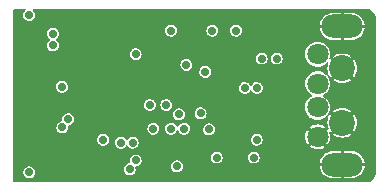
<source format=gbr>
G04 #@! TF.GenerationSoftware,KiCad,Pcbnew,6.0.11+dfsg-1*
G04 #@! TF.CreationDate,2023-04-16T09:36:04+08:00*
G04 #@! TF.ProjectId,stlink,73746c69-6e6b-42e6-9b69-6361645f7063,g*
G04 #@! TF.SameCoordinates,PX5c07920PY68e7780*
G04 #@! TF.FileFunction,Copper,L3,Inr*
G04 #@! TF.FilePolarity,Positive*
%FSLAX46Y46*%
G04 Gerber Fmt 4.6, Leading zero omitted, Abs format (unit mm)*
G04 Created by KiCad (PCBNEW 6.0.11+dfsg-1) date 2023-04-16 09:36:04*
%MOMM*%
%LPD*%
G01*
G04 APERTURE LIST*
G04 #@! TA.AperFunction,ComponentPad*
%ADD10C,1.800000*%
G04 #@! TD*
G04 #@! TA.AperFunction,ComponentPad*
%ADD11O,3.500000X2.000000*%
G04 #@! TD*
G04 #@! TA.AperFunction,ComponentPad*
%ADD12C,2.200000*%
G04 #@! TD*
G04 #@! TA.AperFunction,ViaPad*
%ADD13C,0.700000*%
G04 #@! TD*
G04 APERTURE END LIST*
D10*
G04 #@! TO.N,VBUS*
G04 #@! TO.C,J1*
X38400000Y23500000D03*
G04 #@! TO.N,D-*
X38400000Y21000000D03*
G04 #@! TO.N,D+*
X38400000Y19000000D03*
G04 #@! TO.N,GND*
X38400000Y16500000D03*
D11*
X40500000Y14150000D03*
X40500000Y25850000D03*
D12*
X40500000Y17700000D03*
X40500000Y22300000D03*
G04 #@! TD*
D13*
G04 #@! TO.N,GND*
X36850000Y25037000D03*
X42500000Y24000000D03*
X42500000Y20000000D03*
X38000000Y26000000D03*
X24900000Y19900000D03*
X42500000Y15800000D03*
X16600000Y16300000D03*
X18500000Y13250000D03*
X27325000Y13250000D03*
X26000000Y22250000D03*
X35427600Y20236400D03*
X33040000Y13480000D03*
X19250000Y18750000D03*
X23000000Y24750000D03*
X35699941Y24018606D03*
X24750000Y22250000D03*
X19250000Y22500000D03*
G04 #@! TO.N,+5V*
X13990000Y26815000D03*
X31500000Y25500000D03*
G04 #@! TO.N,+3V3*
X34945000Y23132000D03*
X17286622Y17999861D03*
X33250000Y16250000D03*
X16000000Y24250000D03*
X24200000Y19200000D03*
X23000000Y23500000D03*
X33675000Y23132000D03*
X23000000Y14500000D03*
X29865000Y14750000D03*
X16000000Y25250000D03*
G04 #@! TO.N,D-*
X32230000Y20640000D03*
G04 #@! TO.N,D+*
X33260000Y20640000D03*
G04 #@! TO.N,LED*
X20250000Y16250000D03*
X27100000Y17200000D03*
G04 #@! TO.N,T_DIO*
X16772402Y20750000D03*
X28500000Y18500000D03*
G04 #@! TO.N,T_CLK*
X29210000Y17145000D03*
X26670000Y18415000D03*
G04 #@! TO.N,CLK*
X29500000Y25500000D03*
G04 #@! TO.N,T_RX*
X22750000Y16000000D03*
X14000000Y13500000D03*
G04 #@! TO.N,T_TX*
X21750000Y16000000D03*
G04 #@! TO.N,T_RST*
X16800000Y17300000D03*
X26000000Y17200000D03*
G04 #@! TO.N,T_SWO*
X25600000Y19200000D03*
G04 #@! TO.N,DIO*
X28900000Y22000000D03*
G04 #@! TO.N,B0*
X26000000Y25500000D03*
G04 #@! TO.N,RENUM*
X33000000Y14750000D03*
X27300000Y22600000D03*
G04 #@! TO.N,Net-(R10-Pad1)*
X24500000Y17200000D03*
X22500000Y13750000D03*
G04 #@! TO.N,Net-(JP1-Pad2)*
X26500000Y14000000D03*
G04 #@! TD*
G04 #@! TA.AperFunction,Conductor*
G04 #@! TO.N,GND*
G36*
X13679039Y27329507D02*
G01*
X13704759Y27284958D01*
X13695826Y27234300D01*
X13670828Y27208301D01*
X13665239Y27204775D01*
X13665235Y27204772D01*
X13660709Y27201916D01*
X13653550Y27193810D01*
X13568897Y27097959D01*
X13568895Y27097956D01*
X13565351Y27093943D01*
X13560614Y27083853D01*
X13515151Y26987021D01*
X13504129Y26963546D01*
X13481967Y26821207D01*
X13482661Y26815900D01*
X13482661Y26815897D01*
X13483159Y26812091D01*
X13500645Y26678370D01*
X13558662Y26546516D01*
X13562107Y26542418D01*
X13562108Y26542416D01*
X13605799Y26490439D01*
X13651354Y26436245D01*
X13771270Y26356423D01*
X13908769Y26313465D01*
X13982871Y26312107D01*
X14047436Y26310923D01*
X14047438Y26310923D01*
X14052798Y26310825D01*
X14057969Y26312235D01*
X14057971Y26312235D01*
X14178196Y26345012D01*
X14191779Y26348715D01*
X14244871Y26381314D01*
X14309970Y26421284D01*
X14309973Y26421286D01*
X14314539Y26424090D01*
X14411210Y26530890D01*
X14416795Y26542416D01*
X14471682Y26655704D01*
X14471682Y26655705D01*
X14474020Y26660530D01*
X14497919Y26802587D01*
X14498071Y26815000D01*
X14497571Y26818492D01*
X14478409Y26952296D01*
X14478408Y26952300D01*
X14477649Y26957599D01*
X14474697Y26964093D01*
X14420245Y27083853D01*
X14418026Y27088734D01*
X14413538Y27093943D01*
X14327487Y27193810D01*
X14327484Y27193813D01*
X14323993Y27197864D01*
X14319502Y27200775D01*
X14307127Y27208796D01*
X14276134Y27249851D01*
X14278781Y27301223D01*
X14313830Y27338874D01*
X14348029Y27347100D01*
X42469968Y27347100D01*
X42489430Y27344538D01*
X42500000Y27341706D01*
X42509562Y27344268D01*
X42519462Y27344268D01*
X42519462Y27343581D01*
X42528336Y27344309D01*
X42657892Y27331549D01*
X42672348Y27328673D01*
X42817083Y27284768D01*
X42830698Y27279129D01*
X42962284Y27208796D01*
X42964093Y27207829D01*
X42976351Y27199638D01*
X43093265Y27103688D01*
X43103688Y27093265D01*
X43199638Y26976351D01*
X43207828Y26964094D01*
X43225303Y26931402D01*
X43279128Y26830701D01*
X43284768Y26817083D01*
X43328336Y26673460D01*
X43328673Y26672349D01*
X43331549Y26657892D01*
X43344058Y26530890D01*
X43344309Y26528337D01*
X43343581Y26519462D01*
X43344268Y26519462D01*
X43344268Y26509562D01*
X43341706Y26500000D01*
X43344268Y26490439D01*
X43344538Y26489431D01*
X43347100Y26469968D01*
X43347100Y13530032D01*
X43344538Y13510570D01*
X43341706Y13500000D01*
X43344268Y13490438D01*
X43344268Y13480538D01*
X43343581Y13480538D01*
X43344309Y13471664D01*
X43331886Y13345530D01*
X43331549Y13342109D01*
X43328673Y13327652D01*
X43294771Y13215890D01*
X43284769Y13182919D01*
X43279129Y13169302D01*
X43212365Y13044393D01*
X43207829Y13035907D01*
X43199638Y13023649D01*
X43103688Y12906735D01*
X43093265Y12896312D01*
X42976351Y12800362D01*
X42964094Y12792172D01*
X42830698Y12720871D01*
X42817083Y12715232D01*
X42672349Y12671327D01*
X42657892Y12668451D01*
X42528336Y12655691D01*
X42519462Y12656419D01*
X42519462Y12655732D01*
X42509562Y12655732D01*
X42500000Y12658294D01*
X42489431Y12655462D01*
X42469968Y12652900D01*
X12728100Y12652900D01*
X12679762Y12670493D01*
X12654042Y12715042D01*
X12652900Y12728100D01*
X12652900Y13506207D01*
X13491967Y13506207D01*
X13492661Y13500900D01*
X13492661Y13500897D01*
X13500784Y13438780D01*
X13510645Y13363370D01*
X13568662Y13231516D01*
X13661354Y13121245D01*
X13781270Y13041423D01*
X13918769Y12998465D01*
X13992871Y12997107D01*
X14057436Y12995923D01*
X14057438Y12995923D01*
X14062798Y12995825D01*
X14067969Y12997235D01*
X14067971Y12997235D01*
X14147712Y13018975D01*
X14201779Y13033715D01*
X14281010Y13082363D01*
X14319970Y13106284D01*
X14319973Y13106286D01*
X14324539Y13109090D01*
X14421210Y13215890D01*
X14426795Y13227416D01*
X14481682Y13340704D01*
X14481682Y13340705D01*
X14484020Y13345530D01*
X14507919Y13487587D01*
X14508071Y13500000D01*
X14507659Y13502880D01*
X14488409Y13637296D01*
X14488408Y13637300D01*
X14487649Y13642599D01*
X14484835Y13648790D01*
X14445766Y13734717D01*
X14435995Y13756207D01*
X21991967Y13756207D01*
X21992661Y13750900D01*
X21992661Y13750897D01*
X21995732Y13727416D01*
X22010645Y13613370D01*
X22068662Y13481516D01*
X22072107Y13477418D01*
X22072108Y13477416D01*
X22125923Y13413396D01*
X22161354Y13371245D01*
X22281270Y13291423D01*
X22418769Y13248465D01*
X22492871Y13247107D01*
X22557436Y13245923D01*
X22557438Y13245923D01*
X22562798Y13245825D01*
X22567969Y13247235D01*
X22567971Y13247235D01*
X22643695Y13267880D01*
X22701779Y13283715D01*
X22796883Y13342109D01*
X22819970Y13356284D01*
X22819973Y13356286D01*
X22824539Y13359090D01*
X22921210Y13465890D01*
X22926795Y13477416D01*
X22981682Y13590704D01*
X22981682Y13590705D01*
X22984020Y13595530D01*
X23007919Y13737587D01*
X23008071Y13750000D01*
X23007183Y13756207D01*
X22989043Y13882864D01*
X22987649Y13892599D01*
X22985430Y13897479D01*
X22984806Y13899614D01*
X22988127Y13950947D01*
X23023666Y13988135D01*
X23052217Y13994531D01*
X23052126Y13995262D01*
X23057437Y13995923D01*
X23062798Y13995825D01*
X23067969Y13997235D01*
X23067971Y13997235D01*
X23100879Y14006207D01*
X25991967Y14006207D01*
X25992661Y14000900D01*
X25992661Y14000897D01*
X25993498Y13994498D01*
X26010645Y13863370D01*
X26068662Y13731516D01*
X26161354Y13621245D01*
X26281270Y13541423D01*
X26418769Y13498465D01*
X26492871Y13497107D01*
X26557436Y13495923D01*
X26557438Y13495923D01*
X26562798Y13495825D01*
X26567969Y13497235D01*
X26567971Y13497235D01*
X26651953Y13520131D01*
X26701779Y13533715D01*
X26794595Y13590704D01*
X26819970Y13606284D01*
X26819973Y13606286D01*
X26824539Y13609090D01*
X26921210Y13715890D01*
X26926795Y13727416D01*
X26981682Y13840704D01*
X26981682Y13840705D01*
X26984020Y13845530D01*
X27007919Y13987587D01*
X27007956Y13990611D01*
X38608016Y13990611D01*
X38631515Y13853851D01*
X38633290Y13847229D01*
X38704212Y13654988D01*
X38707169Y13648790D01*
X38811931Y13472699D01*
X38815969Y13467141D01*
X38951066Y13313092D01*
X38956051Y13308361D01*
X39116964Y13181508D01*
X39122719Y13177771D01*
X39304059Y13082363D01*
X39310391Y13079740D01*
X39506087Y13018975D01*
X39512797Y13017549D01*
X39679144Y12997861D01*
X39683565Y12997600D01*
X40334341Y12997600D01*
X40344498Y13001297D01*
X40347600Y13006669D01*
X40347600Y13010859D01*
X40652400Y13010859D01*
X40656097Y13000702D01*
X40661469Y12997600D01*
X41302015Y12997600D01*
X41305429Y12997756D01*
X41457475Y13011728D01*
X41464227Y13012979D01*
X41661436Y13068598D01*
X41667843Y13071057D01*
X41851614Y13161683D01*
X41857472Y13165273D01*
X42021646Y13287867D01*
X42026750Y13292463D01*
X42165839Y13442929D01*
X42170014Y13448369D01*
X42279358Y13621668D01*
X42282472Y13627782D01*
X42358398Y13818090D01*
X42360352Y13824685D01*
X42392159Y13984595D01*
X42390515Y13995279D01*
X42387900Y13997572D01*
X42387751Y13997600D01*
X40665659Y13997600D01*
X40655502Y13993903D01*
X40652400Y13988531D01*
X40652400Y13010859D01*
X40347600Y13010859D01*
X40347600Y13984341D01*
X40343903Y13994498D01*
X40338531Y13997600D01*
X38620074Y13997600D01*
X38609917Y13993903D01*
X38608016Y13990611D01*
X27007956Y13990611D01*
X27008071Y14000000D01*
X27007659Y14002880D01*
X26988409Y14137296D01*
X26988408Y14137300D01*
X26987649Y14142599D01*
X26928026Y14273734D01*
X26920640Y14282306D01*
X26837487Y14378810D01*
X26837484Y14378813D01*
X26833993Y14382864D01*
X26829502Y14385775D01*
X26717604Y14458303D01*
X26717603Y14458303D01*
X26713111Y14461215D01*
X26624930Y14487587D01*
X26580232Y14500955D01*
X26580229Y14500955D01*
X26575098Y14502490D01*
X26569743Y14502523D01*
X26569741Y14502523D01*
X26504524Y14502921D01*
X26431047Y14503370D01*
X26425897Y14501898D01*
X26425896Y14501898D01*
X26386015Y14490500D01*
X26292539Y14463785D01*
X26288013Y14460929D01*
X26288010Y14460928D01*
X26175237Y14389773D01*
X26170709Y14386916D01*
X26163550Y14378810D01*
X26078897Y14282959D01*
X26078895Y14282956D01*
X26075351Y14278943D01*
X26014129Y14148546D01*
X25991967Y14006207D01*
X23100879Y14006207D01*
X23143695Y14017880D01*
X23201779Y14033715D01*
X23254871Y14066314D01*
X23319970Y14106284D01*
X23319973Y14106286D01*
X23324539Y14109090D01*
X23421210Y14215890D01*
X23435714Y14245825D01*
X23481682Y14340704D01*
X23481682Y14340705D01*
X23484020Y14345530D01*
X23507919Y14487587D01*
X23508071Y14500000D01*
X23507659Y14502880D01*
X23488409Y14637296D01*
X23488408Y14637300D01*
X23487649Y14642599D01*
X23471403Y14678332D01*
X23435995Y14756207D01*
X29356967Y14756207D01*
X29357661Y14750900D01*
X29357661Y14750897D01*
X29358159Y14747091D01*
X29375645Y14613370D01*
X29417580Y14518065D01*
X29424061Y14503337D01*
X29433662Y14481516D01*
X29437107Y14477418D01*
X29437108Y14477416D01*
X29463391Y14446149D01*
X29526354Y14371245D01*
X29572236Y14340704D01*
X29626293Y14304721D01*
X29646270Y14291423D01*
X29783769Y14248465D01*
X29857871Y14247107D01*
X29922436Y14245923D01*
X29922438Y14245923D01*
X29927798Y14245825D01*
X29932969Y14247235D01*
X29932971Y14247235D01*
X30012265Y14268853D01*
X30066779Y14283715D01*
X30159595Y14340704D01*
X30184970Y14356284D01*
X30184973Y14356286D01*
X30189539Y14359090D01*
X30286210Y14465890D01*
X30290777Y14475315D01*
X30346682Y14590704D01*
X30346682Y14590705D01*
X30349020Y14595530D01*
X30372919Y14737587D01*
X30373071Y14750000D01*
X30372659Y14752880D01*
X30372183Y14756207D01*
X32491967Y14756207D01*
X32492661Y14750900D01*
X32492661Y14750897D01*
X32493159Y14747091D01*
X32510645Y14613370D01*
X32552580Y14518065D01*
X32559061Y14503337D01*
X32568662Y14481516D01*
X32572107Y14477418D01*
X32572108Y14477416D01*
X32598391Y14446149D01*
X32661354Y14371245D01*
X32707236Y14340704D01*
X32761293Y14304721D01*
X32781270Y14291423D01*
X32918769Y14248465D01*
X32992871Y14247107D01*
X33057436Y14245923D01*
X33057438Y14245923D01*
X33062798Y14245825D01*
X33067969Y14247235D01*
X33067971Y14247235D01*
X33147265Y14268853D01*
X33201779Y14283715D01*
X33253391Y14315405D01*
X38607841Y14315405D01*
X38609485Y14304721D01*
X38612100Y14302428D01*
X38612249Y14302400D01*
X40334341Y14302400D01*
X40344498Y14306097D01*
X40347600Y14311469D01*
X40347600Y14315659D01*
X40652400Y14315659D01*
X40656097Y14305502D01*
X40661469Y14302400D01*
X42379926Y14302400D01*
X42390083Y14306097D01*
X42391984Y14309389D01*
X42368485Y14446149D01*
X42366710Y14452771D01*
X42295788Y14645012D01*
X42292831Y14651210D01*
X42188069Y14827301D01*
X42184031Y14832859D01*
X42048934Y14986908D01*
X42043949Y14991639D01*
X41883036Y15118492D01*
X41877281Y15122229D01*
X41695941Y15217637D01*
X41689609Y15220260D01*
X41493913Y15281025D01*
X41487203Y15282451D01*
X41320856Y15302139D01*
X41316435Y15302400D01*
X40665659Y15302400D01*
X40655502Y15298703D01*
X40652400Y15293331D01*
X40652400Y14315659D01*
X40347600Y14315659D01*
X40347600Y15289141D01*
X40343903Y15299298D01*
X40338531Y15302400D01*
X39697985Y15302400D01*
X39694571Y15302244D01*
X39542525Y15288272D01*
X39535773Y15287021D01*
X39338564Y15231402D01*
X39332157Y15228943D01*
X39148386Y15138317D01*
X39142528Y15134727D01*
X38978354Y15012133D01*
X38973250Y15007537D01*
X38834161Y14857071D01*
X38829986Y14851631D01*
X38720642Y14678332D01*
X38717528Y14672218D01*
X38641602Y14481910D01*
X38639648Y14475315D01*
X38607841Y14315405D01*
X33253391Y14315405D01*
X33294595Y14340704D01*
X33319970Y14356284D01*
X33319973Y14356286D01*
X33324539Y14359090D01*
X33421210Y14465890D01*
X33425777Y14475315D01*
X33481682Y14590704D01*
X33481682Y14590705D01*
X33484020Y14595530D01*
X33507919Y14737587D01*
X33508071Y14750000D01*
X33507659Y14752880D01*
X33488409Y14887296D01*
X33488408Y14887300D01*
X33487649Y14892599D01*
X33457776Y14958303D01*
X33435390Y15007537D01*
X33428026Y15023734D01*
X33423538Y15028943D01*
X33337487Y15128810D01*
X33337484Y15128813D01*
X33333993Y15132864D01*
X33329502Y15135775D01*
X33217604Y15208303D01*
X33217603Y15208303D01*
X33213111Y15211215D01*
X33136912Y15234003D01*
X33080232Y15250955D01*
X33080229Y15250955D01*
X33075098Y15252490D01*
X33069743Y15252523D01*
X33069741Y15252523D01*
X33004524Y15252921D01*
X32931047Y15253370D01*
X32925897Y15251898D01*
X32925896Y15251898D01*
X32861793Y15233577D01*
X32792539Y15213785D01*
X32788013Y15210929D01*
X32788010Y15210928D01*
X32675237Y15139773D01*
X32670709Y15136916D01*
X32663550Y15128810D01*
X32578897Y15032959D01*
X32578895Y15032956D01*
X32575351Y15028943D01*
X32514129Y14898546D01*
X32513305Y14893256D01*
X32513305Y14893255D01*
X32511693Y14882903D01*
X32491967Y14756207D01*
X30372183Y14756207D01*
X30353409Y14887296D01*
X30353408Y14887300D01*
X30352649Y14892599D01*
X30322776Y14958303D01*
X30300390Y15007537D01*
X30293026Y15023734D01*
X30288538Y15028943D01*
X30202487Y15128810D01*
X30202484Y15128813D01*
X30198993Y15132864D01*
X30194502Y15135775D01*
X30082604Y15208303D01*
X30082603Y15208303D01*
X30078111Y15211215D01*
X30001912Y15234003D01*
X29945232Y15250955D01*
X29945229Y15250955D01*
X29940098Y15252490D01*
X29934743Y15252523D01*
X29934741Y15252523D01*
X29869524Y15252921D01*
X29796047Y15253370D01*
X29790897Y15251898D01*
X29790896Y15251898D01*
X29726793Y15233577D01*
X29657539Y15213785D01*
X29653013Y15210929D01*
X29653010Y15210928D01*
X29540237Y15139773D01*
X29535709Y15136916D01*
X29528550Y15128810D01*
X29443897Y15032959D01*
X29443895Y15032956D01*
X29440351Y15028943D01*
X29379129Y14898546D01*
X29378305Y14893256D01*
X29378305Y14893255D01*
X29376693Y14882903D01*
X29356967Y14756207D01*
X23435995Y14756207D01*
X23430245Y14768853D01*
X23428026Y14773734D01*
X23423538Y14778943D01*
X23337487Y14878810D01*
X23337484Y14878813D01*
X23333993Y14882864D01*
X23329502Y14885775D01*
X23217604Y14958303D01*
X23217603Y14958303D01*
X23213111Y14961215D01*
X23127200Y14986908D01*
X23080232Y15000955D01*
X23080229Y15000955D01*
X23075098Y15002490D01*
X23069743Y15002523D01*
X23069741Y15002523D01*
X23004524Y15002921D01*
X22931047Y15003370D01*
X22925897Y15001898D01*
X22925896Y15001898D01*
X22890000Y14991639D01*
X22792539Y14963785D01*
X22788013Y14960929D01*
X22788010Y14960928D01*
X22680756Y14893255D01*
X22670709Y14886916D01*
X22663550Y14878810D01*
X22578897Y14782959D01*
X22578895Y14782956D01*
X22575351Y14778943D01*
X22514129Y14648546D01*
X22513305Y14643256D01*
X22513305Y14643255D01*
X22505942Y14595963D01*
X22491967Y14506207D01*
X22492661Y14500900D01*
X22492661Y14500897D01*
X22499820Y14446149D01*
X22510645Y14363370D01*
X22512806Y14358459D01*
X22514244Y14353308D01*
X22513044Y14352973D01*
X22516031Y14307455D01*
X22485617Y14265970D01*
X22443377Y14253295D01*
X22439641Y14253317D01*
X22431047Y14253370D01*
X22425897Y14251898D01*
X22425896Y14251898D01*
X22404990Y14245923D01*
X22292539Y14213785D01*
X22288013Y14210929D01*
X22288010Y14210928D01*
X22180756Y14143255D01*
X22170709Y14136916D01*
X22167164Y14132903D01*
X22167165Y14132903D01*
X22078897Y14032959D01*
X22078895Y14032956D01*
X22075351Y14028943D01*
X22073075Y14024095D01*
X22038732Y13950947D01*
X22014129Y13898546D01*
X22013305Y13893256D01*
X22013305Y13893255D01*
X22006139Y13847229D01*
X21991967Y13756207D01*
X14435995Y13756207D01*
X14428026Y13773734D01*
X14423538Y13778943D01*
X14337487Y13878810D01*
X14337484Y13878813D01*
X14333993Y13882864D01*
X14329502Y13885775D01*
X14217604Y13958303D01*
X14217603Y13958303D01*
X14213111Y13961215D01*
X14124930Y13987587D01*
X14080232Y14000955D01*
X14080229Y14000955D01*
X14075098Y14002490D01*
X14069743Y14002523D01*
X14069741Y14002523D01*
X14004524Y14002921D01*
X13931047Y14003370D01*
X13925897Y14001898D01*
X13925896Y14001898D01*
X13902677Y13995262D01*
X13792539Y13963785D01*
X13788013Y13960929D01*
X13788010Y13960928D01*
X13696822Y13903392D01*
X13670709Y13886916D01*
X13663550Y13878810D01*
X13578897Y13782959D01*
X13578895Y13782956D01*
X13575351Y13778943D01*
X13570614Y13768853D01*
X13517154Y13654988D01*
X13514129Y13648546D01*
X13513305Y13643256D01*
X13513305Y13643255D01*
X13505942Y13595963D01*
X13491967Y13506207D01*
X12652900Y13506207D01*
X12652900Y16256207D01*
X19741967Y16256207D01*
X19742661Y16250900D01*
X19742661Y16250897D01*
X19743159Y16247091D01*
X19760645Y16113370D01*
X19818662Y15981516D01*
X19911354Y15871245D01*
X20031270Y15791423D01*
X20168769Y15748465D01*
X20242871Y15747107D01*
X20307436Y15745923D01*
X20307438Y15745923D01*
X20312798Y15745825D01*
X20317969Y15747235D01*
X20317971Y15747235D01*
X20409501Y15772189D01*
X20451779Y15783715D01*
X20544595Y15840704D01*
X20569970Y15856284D01*
X20569973Y15856286D01*
X20574539Y15859090D01*
X20671210Y15965890D01*
X20676795Y15977416D01*
X20690744Y16006207D01*
X21241967Y16006207D01*
X21242661Y16000900D01*
X21242661Y16000897D01*
X21245732Y15977416D01*
X21260645Y15863370D01*
X21318662Y15731516D01*
X21322107Y15727418D01*
X21322108Y15727416D01*
X21331797Y15715890D01*
X21411354Y15621245D01*
X21531270Y15541423D01*
X21668769Y15498465D01*
X21742871Y15497107D01*
X21807436Y15495923D01*
X21807438Y15495923D01*
X21812798Y15495825D01*
X21817969Y15497235D01*
X21817971Y15497235D01*
X21937477Y15529816D01*
X21951779Y15533715D01*
X22004871Y15566314D01*
X22069970Y15606284D01*
X22069973Y15606286D01*
X22074539Y15609090D01*
X22171210Y15715890D01*
X22181127Y15736359D01*
X22218037Y15772189D01*
X22269342Y15775911D01*
X22311036Y15745784D01*
X22313903Y15740598D01*
X22316504Y15736420D01*
X22318662Y15731516D01*
X22322107Y15727418D01*
X22322108Y15727416D01*
X22331797Y15715890D01*
X22411354Y15621245D01*
X22531270Y15541423D01*
X22668769Y15498465D01*
X22742871Y15497107D01*
X22807436Y15495923D01*
X22807438Y15495923D01*
X22812798Y15495825D01*
X22817969Y15497235D01*
X22817971Y15497235D01*
X22937477Y15529816D01*
X22951779Y15533715D01*
X23004871Y15566314D01*
X23069970Y15606284D01*
X23069973Y15606286D01*
X23074539Y15609090D01*
X23115089Y15653889D01*
X37774646Y15653889D01*
X37775920Y15649135D01*
X37793681Y15634019D01*
X37799679Y15629850D01*
X37973423Y15532749D01*
X37980136Y15529816D01*
X38169421Y15468314D01*
X38176569Y15466742D01*
X38374196Y15443176D01*
X38381528Y15443023D01*
X38579964Y15458292D01*
X38587173Y15459563D01*
X38778870Y15513085D01*
X38785703Y15515736D01*
X38963347Y15605470D01*
X38969533Y15609395D01*
X39018335Y15647524D01*
X39024065Y15656693D01*
X39023457Y15661016D01*
X38409377Y16275097D01*
X38399578Y16279666D01*
X38393587Y16278061D01*
X37779215Y15663688D01*
X37774646Y15653889D01*
X23115089Y15653889D01*
X23171210Y15715890D01*
X23176795Y15727416D01*
X23231682Y15840704D01*
X23231682Y15840705D01*
X23234020Y15845530D01*
X23257919Y15987587D01*
X23258071Y16000000D01*
X23257659Y16002880D01*
X23238409Y16137296D01*
X23238408Y16137300D01*
X23237649Y16142599D01*
X23185995Y16256207D01*
X32741967Y16256207D01*
X32742661Y16250900D01*
X32742661Y16250897D01*
X32743159Y16247091D01*
X32760645Y16113370D01*
X32818662Y15981516D01*
X32911354Y15871245D01*
X33031270Y15791423D01*
X33168769Y15748465D01*
X33242871Y15747107D01*
X33307436Y15745923D01*
X33307438Y15745923D01*
X33312798Y15745825D01*
X33317969Y15747235D01*
X33317971Y15747235D01*
X33409501Y15772189D01*
X33451779Y15783715D01*
X33544595Y15840704D01*
X33569970Y15856284D01*
X33569973Y15856286D01*
X33574539Y15859090D01*
X33671210Y15965890D01*
X33676795Y15977416D01*
X33731682Y16090704D01*
X33731682Y16090705D01*
X33734020Y16095530D01*
X33757919Y16237587D01*
X33758071Y16250000D01*
X33757602Y16253276D01*
X33738409Y16387296D01*
X33738408Y16387300D01*
X33737649Y16392599D01*
X33707776Y16458303D01*
X33700242Y16474872D01*
X33683773Y16511094D01*
X37342919Y16511094D01*
X37359573Y16312769D01*
X37360895Y16305567D01*
X37415755Y16114247D01*
X37418451Y16107438D01*
X37509427Y15930420D01*
X37513393Y15924265D01*
X37547313Y15881468D01*
X37556522Y15875803D01*
X37560928Y15876454D01*
X38175097Y16490623D01*
X38179272Y16499578D01*
X38620334Y16499578D01*
X38621939Y16493587D01*
X39236668Y15878859D01*
X39246467Y15874290D01*
X39251317Y15875589D01*
X39261718Y15887640D01*
X39265943Y15893628D01*
X39364249Y16066678D01*
X39367229Y16073373D01*
X39430051Y16262220D01*
X39431674Y16269365D01*
X39456816Y16468384D01*
X39457109Y16472576D01*
X39457463Y16497901D01*
X39457287Y16502093D01*
X39437712Y16701734D01*
X39436288Y16708921D01*
X39435487Y16711575D01*
X39732331Y16711575D01*
X39733302Y16707950D01*
X39868718Y16613131D01*
X39874385Y16609859D01*
X40067039Y16520022D01*
X40073190Y16517783D01*
X40278521Y16462765D01*
X40284963Y16461629D01*
X40496731Y16443102D01*
X40503269Y16443102D01*
X40715037Y16461629D01*
X40721479Y16462765D01*
X40926810Y16517783D01*
X40932961Y16520022D01*
X41125615Y16609859D01*
X41131282Y16613131D01*
X41261615Y16704392D01*
X41267815Y16713245D01*
X41267488Y16716986D01*
X40509377Y17475097D01*
X40499578Y17479666D01*
X40493587Y17478061D01*
X39736900Y16721374D01*
X39732331Y16711575D01*
X39435487Y16711575D01*
X39392948Y16852473D01*
X39395820Y16903833D01*
X39431033Y16941331D01*
X39482111Y16947421D01*
X39508073Y16935807D01*
X39513246Y16932185D01*
X39516986Y16932512D01*
X40275097Y17690623D01*
X40279272Y17699578D01*
X40720334Y17699578D01*
X40721939Y17693587D01*
X41478626Y16936900D01*
X41488425Y16932331D01*
X41492050Y16933302D01*
X41586869Y17068718D01*
X41590141Y17074385D01*
X41679978Y17267039D01*
X41682217Y17273190D01*
X41737235Y17478521D01*
X41738371Y17484963D01*
X41756898Y17696731D01*
X41756898Y17703269D01*
X41738371Y17915037D01*
X41737235Y17921479D01*
X41682217Y18126810D01*
X41679978Y18132961D01*
X41590141Y18325615D01*
X41586869Y18331282D01*
X41495608Y18461615D01*
X41486755Y18467815D01*
X41483014Y18467488D01*
X40724903Y17709377D01*
X40720334Y17699578D01*
X40279272Y17699578D01*
X40279666Y17700422D01*
X40278061Y17706413D01*
X39521374Y18463100D01*
X39511575Y18467669D01*
X39507950Y18466698D01*
X39413131Y18331282D01*
X39409859Y18325615D01*
X39320022Y18132961D01*
X39317783Y18126810D01*
X39262765Y17921479D01*
X39261629Y17915037D01*
X39243102Y17703269D01*
X39243102Y17696731D01*
X39261629Y17484963D01*
X39262765Y17478521D01*
X39317783Y17273190D01*
X39320022Y17267039D01*
X39338022Y17228439D01*
X39342506Y17177195D01*
X39313001Y17135058D01*
X39263314Y17121744D01*
X39251014Y17125717D01*
X39239356Y17123829D01*
X38624903Y16509377D01*
X38620334Y16499578D01*
X38179272Y16499578D01*
X38179666Y16500422D01*
X38178061Y16506413D01*
X37564008Y17120465D01*
X37554209Y17125034D01*
X37549549Y17123786D01*
X37529813Y17100266D01*
X37525677Y17094225D01*
X37429796Y16919817D01*
X37426909Y16913081D01*
X37366730Y16723372D01*
X37365207Y16716207D01*
X37343022Y16518427D01*
X37342919Y16511094D01*
X33683773Y16511094D01*
X33678026Y16523734D01*
X33673538Y16528943D01*
X33587487Y16628810D01*
X33587484Y16628813D01*
X33583993Y16632864D01*
X33579502Y16635775D01*
X33467604Y16708303D01*
X33467603Y16708303D01*
X33463111Y16711215D01*
X33367450Y16739824D01*
X33330232Y16750955D01*
X33330229Y16750955D01*
X33325098Y16752490D01*
X33319743Y16752523D01*
X33319741Y16752523D01*
X33254524Y16752921D01*
X33181047Y16753370D01*
X33175897Y16751898D01*
X33175896Y16751898D01*
X33122085Y16736519D01*
X33042539Y16713785D01*
X33038013Y16710929D01*
X33038010Y16710928D01*
X32930933Y16643367D01*
X32920709Y16636916D01*
X32913550Y16628810D01*
X32828897Y16532959D01*
X32828895Y16532956D01*
X32825351Y16528943D01*
X32764129Y16398546D01*
X32763305Y16393256D01*
X32763305Y16393255D01*
X32761693Y16382903D01*
X32741967Y16256207D01*
X23185995Y16256207D01*
X23178026Y16273734D01*
X23172915Y16279666D01*
X23087487Y16378810D01*
X23087484Y16378813D01*
X23083993Y16382864D01*
X23079502Y16385775D01*
X22967604Y16458303D01*
X22967603Y16458303D01*
X22963111Y16461215D01*
X22886912Y16484003D01*
X22830232Y16500955D01*
X22830229Y16500955D01*
X22825098Y16502490D01*
X22819743Y16502523D01*
X22819741Y16502523D01*
X22754524Y16502921D01*
X22681047Y16503370D01*
X22675897Y16501898D01*
X22675896Y16501898D01*
X22661911Y16497901D01*
X22542539Y16463785D01*
X22538013Y16460929D01*
X22538010Y16460928D01*
X22430756Y16393255D01*
X22420709Y16386916D01*
X22413550Y16378810D01*
X22328897Y16282959D01*
X22328895Y16282956D01*
X22325351Y16278943D01*
X22323075Y16274096D01*
X22323072Y16274091D01*
X22318468Y16264285D01*
X22281998Y16228008D01*
X22230742Y16223660D01*
X22188684Y16253276D01*
X22181946Y16265112D01*
X22178026Y16273734D01*
X22172915Y16279666D01*
X22087487Y16378810D01*
X22087484Y16378813D01*
X22083993Y16382864D01*
X22079502Y16385775D01*
X21967604Y16458303D01*
X21967603Y16458303D01*
X21963111Y16461215D01*
X21886912Y16484003D01*
X21830232Y16500955D01*
X21830229Y16500955D01*
X21825098Y16502490D01*
X21819743Y16502523D01*
X21819741Y16502523D01*
X21754524Y16502921D01*
X21681047Y16503370D01*
X21675897Y16501898D01*
X21675896Y16501898D01*
X21661911Y16497901D01*
X21542539Y16463785D01*
X21538013Y16460929D01*
X21538010Y16460928D01*
X21430756Y16393255D01*
X21420709Y16386916D01*
X21413550Y16378810D01*
X21328897Y16282959D01*
X21328895Y16282956D01*
X21325351Y16278943D01*
X21264129Y16148546D01*
X21263305Y16143256D01*
X21263305Y16143255D01*
X21255942Y16095963D01*
X21241967Y16006207D01*
X20690744Y16006207D01*
X20731682Y16090704D01*
X20731682Y16090705D01*
X20734020Y16095530D01*
X20757919Y16237587D01*
X20758071Y16250000D01*
X20757602Y16253276D01*
X20738409Y16387296D01*
X20738408Y16387300D01*
X20737649Y16392599D01*
X20707776Y16458303D01*
X20700242Y16474872D01*
X20678026Y16523734D01*
X20673538Y16528943D01*
X20587487Y16628810D01*
X20587484Y16628813D01*
X20583993Y16632864D01*
X20579502Y16635775D01*
X20467604Y16708303D01*
X20467603Y16708303D01*
X20463111Y16711215D01*
X20367450Y16739824D01*
X20330232Y16750955D01*
X20330229Y16750955D01*
X20325098Y16752490D01*
X20319743Y16752523D01*
X20319741Y16752523D01*
X20254524Y16752921D01*
X20181047Y16753370D01*
X20175897Y16751898D01*
X20175896Y16751898D01*
X20122085Y16736519D01*
X20042539Y16713785D01*
X20038013Y16710929D01*
X20038010Y16710928D01*
X19930933Y16643367D01*
X19920709Y16636916D01*
X19913550Y16628810D01*
X19828897Y16532959D01*
X19828895Y16532956D01*
X19825351Y16528943D01*
X19764129Y16398546D01*
X19763305Y16393256D01*
X19763305Y16393255D01*
X19761693Y16382903D01*
X19741967Y16256207D01*
X12652900Y16256207D01*
X12652900Y17306207D01*
X16291967Y17306207D01*
X16292661Y17300900D01*
X16292661Y17300897D01*
X16296284Y17273190D01*
X16310645Y17163370D01*
X16368662Y17031516D01*
X16461354Y16921245D01*
X16581270Y16841423D01*
X16718769Y16798465D01*
X16792871Y16797107D01*
X16857436Y16795923D01*
X16857438Y16795923D01*
X16862798Y16795825D01*
X16867969Y16797235D01*
X16867971Y16797235D01*
X16971081Y16825346D01*
X17001779Y16833715D01*
X17079474Y16881420D01*
X17119970Y16906284D01*
X17119973Y16906286D01*
X17124539Y16909090D01*
X17128152Y16913081D01*
X17217612Y17011915D01*
X17221210Y17015890D01*
X17226795Y17027416D01*
X17281682Y17140704D01*
X17281682Y17140705D01*
X17284020Y17145530D01*
X17294228Y17206207D01*
X23991967Y17206207D01*
X23992661Y17200900D01*
X23992661Y17200897D01*
X23998467Y17156497D01*
X24010645Y17063370D01*
X24068662Y16931516D01*
X24072107Y16927418D01*
X24072108Y16927416D01*
X24091932Y16903833D01*
X24161354Y16821245D01*
X24197424Y16797235D01*
X24264595Y16752523D01*
X24281270Y16741423D01*
X24418769Y16698465D01*
X24492871Y16697107D01*
X24557436Y16695923D01*
X24557438Y16695923D01*
X24562798Y16695825D01*
X24567969Y16697235D01*
X24567971Y16697235D01*
X24658584Y16721939D01*
X24701779Y16733715D01*
X24761438Y16770346D01*
X24819970Y16806284D01*
X24819973Y16806286D01*
X24824539Y16809090D01*
X24910297Y16903833D01*
X24917612Y16911915D01*
X24921210Y16915890D01*
X24923805Y16921245D01*
X24981682Y17040704D01*
X24981682Y17040705D01*
X24984020Y17045530D01*
X25007919Y17187587D01*
X25008071Y17200000D01*
X25007659Y17202880D01*
X25007183Y17206207D01*
X25491967Y17206207D01*
X25492661Y17200900D01*
X25492661Y17200897D01*
X25498467Y17156497D01*
X25510645Y17063370D01*
X25568662Y16931516D01*
X25572107Y16927418D01*
X25572108Y16927416D01*
X25591932Y16903833D01*
X25661354Y16821245D01*
X25697424Y16797235D01*
X25764595Y16752523D01*
X25781270Y16741423D01*
X25918769Y16698465D01*
X25992871Y16697107D01*
X26057436Y16695923D01*
X26057438Y16695923D01*
X26062798Y16695825D01*
X26067969Y16697235D01*
X26067971Y16697235D01*
X26158584Y16721939D01*
X26201779Y16733715D01*
X26261438Y16770346D01*
X26319970Y16806284D01*
X26319973Y16806286D01*
X26324539Y16809090D01*
X26410297Y16903833D01*
X26417612Y16911915D01*
X26421210Y16915890D01*
X26483534Y17044527D01*
X26520440Y17080354D01*
X26571745Y17084077D01*
X26613440Y17053951D01*
X26620037Y17042024D01*
X26668662Y16931516D01*
X26672107Y16927418D01*
X26672108Y16927416D01*
X26691932Y16903833D01*
X26761354Y16821245D01*
X26797424Y16797235D01*
X26864595Y16752523D01*
X26881270Y16741423D01*
X27018769Y16698465D01*
X27092871Y16697107D01*
X27157436Y16695923D01*
X27157438Y16695923D01*
X27162798Y16695825D01*
X27167969Y16697235D01*
X27167971Y16697235D01*
X27258584Y16721939D01*
X27301779Y16733715D01*
X27361438Y16770346D01*
X27419970Y16806284D01*
X27419973Y16806286D01*
X27424539Y16809090D01*
X27510297Y16903833D01*
X27517612Y16911915D01*
X27521210Y16915890D01*
X27523805Y16921245D01*
X27581682Y17040704D01*
X27581682Y17040705D01*
X27584020Y17045530D01*
X27601799Y17151207D01*
X28701967Y17151207D01*
X28702661Y17145900D01*
X28702661Y17145897D01*
X28705987Y17120465D01*
X28720645Y17008370D01*
X28778662Y16876516D01*
X28782107Y16872418D01*
X28782108Y16872416D01*
X28809505Y16839824D01*
X28871354Y16766245D01*
X28893830Y16751284D01*
X28973327Y16698367D01*
X28991270Y16686423D01*
X29128769Y16643465D01*
X29202871Y16642107D01*
X29267436Y16640923D01*
X29267438Y16640923D01*
X29272798Y16640825D01*
X29277969Y16642235D01*
X29277971Y16642235D01*
X29353695Y16662880D01*
X29411779Y16678715D01*
X29484510Y16723372D01*
X29529970Y16751284D01*
X29529973Y16751286D01*
X29534539Y16754090D01*
X29631210Y16860890D01*
X29636795Y16872416D01*
X29691682Y16985704D01*
X29691682Y16985705D01*
X29694020Y16990530D01*
X29717919Y17132587D01*
X29718071Y17145000D01*
X29717659Y17147880D01*
X29698409Y17282296D01*
X29698408Y17282300D01*
X29697649Y17287599D01*
X29693334Y17297091D01*
X29672147Y17343689D01*
X37775636Y17343689D01*
X37776331Y17339196D01*
X38390623Y16724903D01*
X38400422Y16720334D01*
X38406413Y16721939D01*
X39020181Y17335708D01*
X39024750Y17345507D01*
X39023526Y17350075D01*
X38994172Y17374360D01*
X38988113Y17378447D01*
X38813027Y17473115D01*
X38806283Y17475950D01*
X38616149Y17534806D01*
X38608982Y17536277D01*
X38411038Y17557082D01*
X38403725Y17557133D01*
X38205504Y17539094D01*
X38198318Y17537723D01*
X38007387Y17481529D01*
X38000600Y17478787D01*
X37824210Y17386573D01*
X37818093Y17382570D01*
X37781235Y17352935D01*
X37775636Y17343689D01*
X29672147Y17343689D01*
X29640245Y17413853D01*
X29638026Y17418734D01*
X29633538Y17423943D01*
X29547487Y17523810D01*
X29547484Y17523813D01*
X29543993Y17527864D01*
X29539502Y17530775D01*
X29427604Y17603303D01*
X29427603Y17603303D01*
X29423111Y17606215D01*
X29346912Y17629003D01*
X29290232Y17645955D01*
X29290229Y17645955D01*
X29285098Y17647490D01*
X29279743Y17647523D01*
X29279741Y17647523D01*
X29214524Y17647921D01*
X29141047Y17648370D01*
X29135897Y17646898D01*
X29135896Y17646898D01*
X29071793Y17628577D01*
X29002539Y17608785D01*
X28998013Y17605929D01*
X28998010Y17605928D01*
X28887784Y17536380D01*
X28880709Y17531916D01*
X28873550Y17523810D01*
X28788897Y17427959D01*
X28788895Y17427956D01*
X28785351Y17423943D01*
X28780614Y17413853D01*
X28753882Y17356916D01*
X28724129Y17293546D01*
X28723305Y17288256D01*
X28723305Y17288255D01*
X28720002Y17267039D01*
X28701967Y17151207D01*
X27601799Y17151207D01*
X27607919Y17187587D01*
X27608071Y17200000D01*
X27607659Y17202880D01*
X27588409Y17337296D01*
X27588408Y17337300D01*
X27587649Y17342599D01*
X27573209Y17374360D01*
X27530245Y17468853D01*
X27528026Y17473734D01*
X27524298Y17478061D01*
X27437487Y17578810D01*
X27437484Y17578813D01*
X27433993Y17582864D01*
X27429502Y17585775D01*
X27317604Y17658303D01*
X27317603Y17658303D01*
X27313111Y17661215D01*
X27236912Y17684003D01*
X27180232Y17700955D01*
X27180229Y17700955D01*
X27175098Y17702490D01*
X27169743Y17702523D01*
X27169741Y17702523D01*
X27104524Y17702921D01*
X27031047Y17703370D01*
X27025897Y17701898D01*
X27025896Y17701898D01*
X27007817Y17696731D01*
X26892539Y17663785D01*
X26888013Y17660929D01*
X26888010Y17660928D01*
X26811934Y17612927D01*
X26770709Y17586916D01*
X26763668Y17578943D01*
X26678897Y17482959D01*
X26678895Y17482956D01*
X26675351Y17478943D01*
X26673075Y17474095D01*
X26673073Y17474092D01*
X26617667Y17356082D01*
X26581198Y17319804D01*
X26529942Y17315455D01*
X26487883Y17345070D01*
X26481140Y17356916D01*
X26430245Y17468853D01*
X26428026Y17473734D01*
X26424298Y17478061D01*
X26337487Y17578810D01*
X26337484Y17578813D01*
X26333993Y17582864D01*
X26329502Y17585775D01*
X26217604Y17658303D01*
X26217603Y17658303D01*
X26213111Y17661215D01*
X26136912Y17684003D01*
X26080232Y17700955D01*
X26080229Y17700955D01*
X26075098Y17702490D01*
X26069743Y17702523D01*
X26069741Y17702523D01*
X26004524Y17702921D01*
X25931047Y17703370D01*
X25925897Y17701898D01*
X25925896Y17701898D01*
X25907817Y17696731D01*
X25792539Y17663785D01*
X25788013Y17660929D01*
X25788010Y17660928D01*
X25711934Y17612927D01*
X25670709Y17586916D01*
X25663668Y17578943D01*
X25578897Y17482959D01*
X25578895Y17482956D01*
X25575351Y17478943D01*
X25514129Y17348546D01*
X25513305Y17343256D01*
X25513305Y17343255D01*
X25507537Y17306207D01*
X25491967Y17206207D01*
X25007183Y17206207D01*
X24988409Y17337296D01*
X24988408Y17337300D01*
X24987649Y17342599D01*
X24973209Y17374360D01*
X24930245Y17468853D01*
X24928026Y17473734D01*
X24924298Y17478061D01*
X24837487Y17578810D01*
X24837484Y17578813D01*
X24833993Y17582864D01*
X24829502Y17585775D01*
X24717604Y17658303D01*
X24717603Y17658303D01*
X24713111Y17661215D01*
X24636912Y17684003D01*
X24580232Y17700955D01*
X24580229Y17700955D01*
X24575098Y17702490D01*
X24569743Y17702523D01*
X24569741Y17702523D01*
X24504524Y17702921D01*
X24431047Y17703370D01*
X24425897Y17701898D01*
X24425896Y17701898D01*
X24407817Y17696731D01*
X24292539Y17663785D01*
X24288013Y17660929D01*
X24288010Y17660928D01*
X24211934Y17612927D01*
X24170709Y17586916D01*
X24163668Y17578943D01*
X24078897Y17482959D01*
X24078895Y17482956D01*
X24075351Y17478943D01*
X24014129Y17348546D01*
X24013305Y17343256D01*
X24013305Y17343255D01*
X24007537Y17306207D01*
X23991967Y17206207D01*
X17294228Y17206207D01*
X17307919Y17287587D01*
X17308071Y17300000D01*
X17307183Y17306207D01*
X17296246Y17382570D01*
X17292012Y17412132D01*
X17302574Y17462475D01*
X17343026Y17494250D01*
X17349421Y17495682D01*
X17349420Y17495686D01*
X17488401Y17533576D01*
X17562072Y17578810D01*
X17606592Y17606145D01*
X17606595Y17606147D01*
X17611161Y17608951D01*
X17646842Y17648370D01*
X17704234Y17711776D01*
X17707832Y17715751D01*
X17731105Y17763785D01*
X17768304Y17840565D01*
X17768304Y17840566D01*
X17770642Y17845391D01*
X17794541Y17987448D01*
X17794693Y17999861D01*
X17794281Y18002741D01*
X17775031Y18137157D01*
X17775030Y18137161D01*
X17774271Y18142460D01*
X17770198Y18151420D01*
X17720588Y18260530D01*
X17714648Y18273595D01*
X17710160Y18278804D01*
X17624109Y18378671D01*
X17624106Y18378674D01*
X17620615Y18382725D01*
X17616124Y18385636D01*
X17561244Y18421207D01*
X26161967Y18421207D01*
X26162661Y18415900D01*
X26162661Y18415897D01*
X26166394Y18387350D01*
X26180645Y18278370D01*
X26206014Y18220715D01*
X26235698Y18153253D01*
X26238662Y18146516D01*
X26242107Y18142418D01*
X26242108Y18142416D01*
X26272126Y18106705D01*
X26331354Y18036245D01*
X26451270Y17956423D01*
X26588769Y17913465D01*
X26662871Y17912107D01*
X26727436Y17910923D01*
X26727438Y17910923D01*
X26732798Y17910825D01*
X26737969Y17912235D01*
X26737971Y17912235D01*
X26813695Y17932880D01*
X26871779Y17948715D01*
X26950341Y17996952D01*
X26989970Y18021284D01*
X26989973Y18021286D01*
X26994539Y18024090D01*
X27001960Y18032288D01*
X27087612Y18126915D01*
X27091210Y18130890D01*
X27094247Y18137157D01*
X27151682Y18255704D01*
X27151682Y18255705D01*
X27154020Y18260530D01*
X27177919Y18402587D01*
X27178071Y18415000D01*
X27177659Y18417880D01*
X27165010Y18506207D01*
X27991967Y18506207D01*
X27992661Y18500900D01*
X27992661Y18500897D01*
X27997906Y18460789D01*
X28010645Y18363370D01*
X28068662Y18231516D01*
X28161354Y18121245D01*
X28281270Y18041423D01*
X28418769Y17998465D01*
X28492871Y17997107D01*
X28557436Y17995923D01*
X28557438Y17995923D01*
X28562798Y17995825D01*
X28567969Y17997235D01*
X28567971Y17997235D01*
X28685786Y18029355D01*
X28701779Y18033715D01*
X28754871Y18066314D01*
X28819970Y18106284D01*
X28819973Y18106286D01*
X28824539Y18109090D01*
X28840674Y18126915D01*
X28917612Y18211915D01*
X28921210Y18215890D01*
X28926795Y18227416D01*
X28981682Y18340704D01*
X28981682Y18340705D01*
X28984020Y18345530D01*
X29007919Y18487587D01*
X29008071Y18500000D01*
X29007613Y18503198D01*
X28988409Y18637296D01*
X28988408Y18637300D01*
X28987649Y18642599D01*
X28966814Y18688425D01*
X28946221Y18733715D01*
X28928026Y18773734D01*
X28923538Y18778943D01*
X28837487Y18878810D01*
X28837484Y18878813D01*
X28833993Y18882864D01*
X28829502Y18885775D01*
X28717604Y18958303D01*
X28717603Y18958303D01*
X28713111Y18961215D01*
X28636912Y18984003D01*
X28580232Y19000955D01*
X28580229Y19000955D01*
X28575098Y19002490D01*
X28569743Y19002523D01*
X28569741Y19002523D01*
X28504524Y19002921D01*
X28431047Y19003370D01*
X28425897Y19001898D01*
X28425896Y19001898D01*
X28419255Y19000000D01*
X28292539Y18963785D01*
X28288013Y18960929D01*
X28288010Y18960928D01*
X28216733Y18915955D01*
X28170709Y18886916D01*
X28153732Y18867693D01*
X28078897Y18782959D01*
X28078895Y18782956D01*
X28075351Y18778943D01*
X28014129Y18648546D01*
X27991967Y18506207D01*
X27165010Y18506207D01*
X27158409Y18552296D01*
X27158408Y18552300D01*
X27157649Y18557599D01*
X27152159Y18569675D01*
X27102622Y18678626D01*
X27098026Y18688734D01*
X27090701Y18697235D01*
X27007487Y18793810D01*
X27007484Y18793813D01*
X27003993Y18797864D01*
X26999502Y18800775D01*
X26887604Y18873303D01*
X26887603Y18873303D01*
X26883111Y18876215D01*
X26806912Y18899003D01*
X26750232Y18915955D01*
X26750229Y18915955D01*
X26745098Y18917490D01*
X26739743Y18917523D01*
X26739741Y18917523D01*
X26674524Y18917921D01*
X26601047Y18918370D01*
X26595897Y18916898D01*
X26595896Y18916898D01*
X26592369Y18915890D01*
X26462539Y18878785D01*
X26458013Y18875929D01*
X26458010Y18875928D01*
X26358381Y18813066D01*
X26340709Y18801916D01*
X26333550Y18793810D01*
X26248897Y18697959D01*
X26248895Y18697956D01*
X26245351Y18693943D01*
X26242760Y18688425D01*
X26187007Y18569675D01*
X26184129Y18563546D01*
X26161967Y18421207D01*
X17561244Y18421207D01*
X17504226Y18458164D01*
X17504225Y18458164D01*
X17499733Y18461076D01*
X17401347Y18490500D01*
X17366854Y18500816D01*
X17366851Y18500816D01*
X17361720Y18502351D01*
X17356365Y18502384D01*
X17356363Y18502384D01*
X17291146Y18502782D01*
X17217669Y18503231D01*
X17212519Y18501759D01*
X17212518Y18501759D01*
X17196185Y18497091D01*
X17079161Y18463646D01*
X17074635Y18460790D01*
X17074632Y18460789D01*
X16967731Y18393339D01*
X16957331Y18386777D01*
X16950172Y18378671D01*
X16865519Y18282820D01*
X16865517Y18282817D01*
X16861973Y18278804D01*
X16800751Y18148407D01*
X16799927Y18143117D01*
X16799927Y18143116D01*
X16794000Y18105046D01*
X16778589Y18006068D01*
X16779283Y18000761D01*
X16779283Y18000758D01*
X16794199Y17886692D01*
X16783022Y17836482D01*
X16742184Y17805203D01*
X16733921Y17803352D01*
X16731047Y17803370D01*
X16592539Y17763785D01*
X16588013Y17760929D01*
X16588010Y17760928D01*
X16495392Y17702490D01*
X16470709Y17686916D01*
X16467164Y17682903D01*
X16467165Y17682903D01*
X16378897Y17582959D01*
X16378895Y17582956D01*
X16375351Y17578943D01*
X16354613Y17534773D01*
X16328401Y17478943D01*
X16314129Y17448546D01*
X16313305Y17443256D01*
X16313305Y17443255D01*
X16309487Y17418734D01*
X16291967Y17306207D01*
X12652900Y17306207D01*
X12652900Y19206207D01*
X23691967Y19206207D01*
X23692661Y19200900D01*
X23692661Y19200897D01*
X23693159Y19197091D01*
X23710645Y19063370D01*
X23739452Y18997901D01*
X23766146Y18937235D01*
X23768662Y18931516D01*
X23772107Y18927418D01*
X23772108Y18927416D01*
X23781742Y18915955D01*
X23861354Y18821245D01*
X23879732Y18809012D01*
X23950182Y18762117D01*
X23981270Y18741423D01*
X24118769Y18698465D01*
X24192871Y18697107D01*
X24257436Y18695923D01*
X24257438Y18695923D01*
X24262798Y18695825D01*
X24267969Y18697235D01*
X24267971Y18697235D01*
X24343695Y18717880D01*
X24401779Y18733715D01*
X24493678Y18790141D01*
X24519970Y18806284D01*
X24519973Y18806286D01*
X24524539Y18809090D01*
X24621210Y18915890D01*
X24626795Y18927416D01*
X24681682Y19040704D01*
X24681682Y19040705D01*
X24684020Y19045530D01*
X24707919Y19187587D01*
X24708071Y19200000D01*
X24707659Y19202880D01*
X24707183Y19206207D01*
X25091967Y19206207D01*
X25092661Y19200900D01*
X25092661Y19200897D01*
X25093159Y19197091D01*
X25110645Y19063370D01*
X25139452Y18997901D01*
X25166146Y18937235D01*
X25168662Y18931516D01*
X25172107Y18927418D01*
X25172108Y18927416D01*
X25181742Y18915955D01*
X25261354Y18821245D01*
X25279732Y18809012D01*
X25350182Y18762117D01*
X25381270Y18741423D01*
X25518769Y18698465D01*
X25592871Y18697107D01*
X25657436Y18695923D01*
X25657438Y18695923D01*
X25662798Y18695825D01*
X25667969Y18697235D01*
X25667971Y18697235D01*
X25743695Y18717880D01*
X25801779Y18733715D01*
X25893678Y18790141D01*
X25919970Y18806284D01*
X25919973Y18806286D01*
X25924539Y18809090D01*
X26021210Y18915890D01*
X26026795Y18927416D01*
X26069118Y19014772D01*
X37342108Y19014772D01*
X37342416Y19011104D01*
X37342416Y19011101D01*
X37353239Y18882217D01*
X37359386Y18809012D01*
X37416301Y18610526D01*
X37510685Y18426875D01*
X37638942Y18265055D01*
X37641736Y18262677D01*
X37641737Y18262676D01*
X37701381Y18211915D01*
X37796188Y18131228D01*
X37799389Y18129439D01*
X37799392Y18129437D01*
X37819361Y18118277D01*
X37976433Y18030493D01*
X37979934Y18029356D01*
X37979935Y18029355D01*
X37996139Y18024090D01*
X38172811Y17966686D01*
X38244999Y17958078D01*
X38374185Y17942673D01*
X38374187Y17942673D01*
X38377843Y17942237D01*
X38583719Y17958078D01*
X38719264Y17995923D01*
X38779052Y18012616D01*
X38779054Y18012617D01*
X38782597Y18013606D01*
X38966902Y18106705D01*
X39112828Y18220715D01*
X39126715Y18231565D01*
X39129614Y18233830D01*
X39264535Y18390137D01*
X39305140Y18461615D01*
X39364711Y18566478D01*
X39364712Y18566479D01*
X39366527Y18569675D01*
X39405474Y18686755D01*
X39732185Y18686755D01*
X39732512Y18683014D01*
X40490623Y17924903D01*
X40500422Y17920334D01*
X40506413Y17921939D01*
X41263100Y18678626D01*
X41267669Y18688425D01*
X41266698Y18692050D01*
X41131282Y18786869D01*
X41125615Y18790141D01*
X40932961Y18879978D01*
X40926810Y18882217D01*
X40721479Y18937235D01*
X40715037Y18938371D01*
X40503269Y18956898D01*
X40496731Y18956898D01*
X40284963Y18938371D01*
X40278521Y18937235D01*
X40073190Y18882217D01*
X40067039Y18879978D01*
X39874385Y18790141D01*
X39868718Y18786869D01*
X39738385Y18695608D01*
X39732185Y18686755D01*
X39405474Y18686755D01*
X39431703Y18765603D01*
X39435267Y18793810D01*
X39457319Y18968370D01*
X39457583Y18970459D01*
X39457995Y19000000D01*
X39439884Y19184717D01*
X39438206Y19201832D01*
X39438205Y19201837D01*
X39437846Y19205499D01*
X39378165Y19403171D01*
X39281227Y19585485D01*
X39187052Y19700955D01*
X39153045Y19742651D01*
X39153044Y19742652D01*
X39150722Y19745499D01*
X38991623Y19877118D01*
X38973364Y19886991D01*
X38945726Y19901934D01*
X38886689Y19933856D01*
X38852538Y19972322D01*
X38851102Y20023742D01*
X38883053Y20064055D01*
X38888551Y20067127D01*
X38963618Y20105046D01*
X38963619Y20105047D01*
X38966902Y20106705D01*
X39129614Y20233830D01*
X39264535Y20390137D01*
X39310310Y20470715D01*
X39364711Y20566478D01*
X39364712Y20566479D01*
X39366527Y20569675D01*
X39431703Y20765603D01*
X39434602Y20788546D01*
X39457319Y20968370D01*
X39457583Y20970459D01*
X39457995Y21000000D01*
X39456151Y21018810D01*
X39438206Y21201832D01*
X39438205Y21201837D01*
X39437846Y21205499D01*
X39405820Y21311575D01*
X39732331Y21311575D01*
X39733302Y21307950D01*
X39868718Y21213131D01*
X39874385Y21209859D01*
X40067039Y21120022D01*
X40073190Y21117783D01*
X40278521Y21062765D01*
X40284963Y21061629D01*
X40496731Y21043102D01*
X40503269Y21043102D01*
X40715037Y21061629D01*
X40721479Y21062765D01*
X40926810Y21117783D01*
X40932961Y21120022D01*
X41125615Y21209859D01*
X41131282Y21213131D01*
X41261615Y21304392D01*
X41267815Y21313245D01*
X41267488Y21316986D01*
X40509377Y22075097D01*
X40499578Y22079666D01*
X40493587Y22078061D01*
X39736900Y21321374D01*
X39732331Y21311575D01*
X39405820Y21311575D01*
X39378165Y21403171D01*
X39281227Y21585485D01*
X39258733Y21613066D01*
X39153045Y21742651D01*
X39153044Y21742652D01*
X39150722Y21745499D01*
X38991623Y21877118D01*
X38809990Y21975327D01*
X38612739Y22036386D01*
X38484065Y22049910D01*
X38411041Y22057585D01*
X38411039Y22057585D01*
X38407386Y22057969D01*
X38201752Y22039255D01*
X38107438Y22011497D01*
X38007197Y21981995D01*
X38007194Y21981994D01*
X38003668Y21980956D01*
X38000411Y21979253D01*
X38000408Y21979252D01*
X37989557Y21973579D01*
X37820681Y21885292D01*
X37817815Y21882987D01*
X37817814Y21882987D01*
X37787309Y21858460D01*
X37659760Y21755909D01*
X37527034Y21597732D01*
X37427559Y21416789D01*
X37365125Y21219970D01*
X37342108Y21014772D01*
X37342416Y21011104D01*
X37342416Y21011101D01*
X37355036Y20860813D01*
X37359386Y20809012D01*
X37416301Y20610526D01*
X37510685Y20426875D01*
X37638942Y20265055D01*
X37641736Y20262677D01*
X37641737Y20262676D01*
X37733719Y20184393D01*
X37796188Y20131228D01*
X37799389Y20129439D01*
X37799392Y20129437D01*
X37913988Y20065392D01*
X37947600Y20026452D01*
X37948318Y19975017D01*
X37912143Y19933108D01*
X37820681Y19885292D01*
X37817815Y19882987D01*
X37817814Y19882987D01*
X37810515Y19877118D01*
X37659760Y19755909D01*
X37527034Y19597732D01*
X37525263Y19594510D01*
X37525262Y19594509D01*
X37520301Y19585485D01*
X37427559Y19416789D01*
X37365125Y19219970D01*
X37342108Y19014772D01*
X26069118Y19014772D01*
X26081682Y19040704D01*
X26081682Y19040705D01*
X26084020Y19045530D01*
X26107919Y19187587D01*
X26108071Y19200000D01*
X26107659Y19202880D01*
X26088409Y19337296D01*
X26088408Y19337300D01*
X26087649Y19342599D01*
X26028026Y19473734D01*
X26023538Y19478943D01*
X25937487Y19578810D01*
X25937484Y19578813D01*
X25933993Y19582864D01*
X25929502Y19585775D01*
X25817604Y19658303D01*
X25817603Y19658303D01*
X25813111Y19661215D01*
X25736912Y19684003D01*
X25680232Y19700955D01*
X25680229Y19700955D01*
X25675098Y19702490D01*
X25669743Y19702523D01*
X25669741Y19702523D01*
X25604524Y19702921D01*
X25531047Y19703370D01*
X25525897Y19701898D01*
X25525896Y19701898D01*
X25461793Y19683577D01*
X25392539Y19663785D01*
X25388013Y19660929D01*
X25388010Y19660928D01*
X25292313Y19600547D01*
X25270709Y19586916D01*
X25266581Y19582242D01*
X25178897Y19482959D01*
X25178895Y19482956D01*
X25175351Y19478943D01*
X25170614Y19468853D01*
X25138123Y19399650D01*
X25114129Y19348546D01*
X25091967Y19206207D01*
X24707183Y19206207D01*
X24688409Y19337296D01*
X24688408Y19337300D01*
X24687649Y19342599D01*
X24628026Y19473734D01*
X24623538Y19478943D01*
X24537487Y19578810D01*
X24537484Y19578813D01*
X24533993Y19582864D01*
X24529502Y19585775D01*
X24417604Y19658303D01*
X24417603Y19658303D01*
X24413111Y19661215D01*
X24336912Y19684003D01*
X24280232Y19700955D01*
X24280229Y19700955D01*
X24275098Y19702490D01*
X24269743Y19702523D01*
X24269741Y19702523D01*
X24204524Y19702921D01*
X24131047Y19703370D01*
X24125897Y19701898D01*
X24125896Y19701898D01*
X24061793Y19683577D01*
X23992539Y19663785D01*
X23988013Y19660929D01*
X23988010Y19660928D01*
X23892313Y19600547D01*
X23870709Y19586916D01*
X23866581Y19582242D01*
X23778897Y19482959D01*
X23778895Y19482956D01*
X23775351Y19478943D01*
X23770614Y19468853D01*
X23738123Y19399650D01*
X23714129Y19348546D01*
X23691967Y19206207D01*
X12652900Y19206207D01*
X12652900Y20756207D01*
X16264369Y20756207D01*
X16265063Y20750900D01*
X16265063Y20750897D01*
X16265561Y20747091D01*
X16283047Y20613370D01*
X16341064Y20481516D01*
X16344509Y20477418D01*
X16344510Y20477416D01*
X16372063Y20444638D01*
X16433756Y20371245D01*
X16553672Y20291423D01*
X16691171Y20248465D01*
X16765273Y20247107D01*
X16829838Y20245923D01*
X16829840Y20245923D01*
X16835200Y20245825D01*
X16840371Y20247235D01*
X16840373Y20247235D01*
X16916292Y20267933D01*
X16974181Y20283715D01*
X17027273Y20316314D01*
X17092372Y20356284D01*
X17092375Y20356286D01*
X17096941Y20359090D01*
X17125044Y20390137D01*
X17190014Y20461915D01*
X17193612Y20465890D01*
X17199197Y20477416D01*
X17254084Y20590704D01*
X17254084Y20590705D01*
X17256422Y20595530D01*
X17264948Y20646207D01*
X31721967Y20646207D01*
X31722661Y20640900D01*
X31722661Y20640897D01*
X31728594Y20595530D01*
X31740645Y20503370D01*
X31766488Y20444638D01*
X31790469Y20390137D01*
X31798662Y20371516D01*
X31802107Y20367418D01*
X31802108Y20367416D01*
X31811797Y20355890D01*
X31891354Y20261245D01*
X32011270Y20181423D01*
X32148769Y20138465D01*
X32222871Y20137107D01*
X32287436Y20135923D01*
X32287438Y20135923D01*
X32292798Y20135825D01*
X32297969Y20137235D01*
X32297971Y20137235D01*
X32373695Y20157880D01*
X32431779Y20173715D01*
X32534222Y20236615D01*
X32549970Y20246284D01*
X32549973Y20246286D01*
X32554539Y20249090D01*
X32566837Y20262676D01*
X32647612Y20351915D01*
X32651210Y20355890D01*
X32676850Y20408811D01*
X32713756Y20444638D01*
X32765061Y20448361D01*
X32806756Y20418235D01*
X32813352Y20406310D01*
X32828662Y20371516D01*
X32832107Y20367418D01*
X32832108Y20367416D01*
X32841797Y20355890D01*
X32921354Y20261245D01*
X33041270Y20181423D01*
X33178769Y20138465D01*
X33252871Y20137107D01*
X33317436Y20135923D01*
X33317438Y20135923D01*
X33322798Y20135825D01*
X33327969Y20137235D01*
X33327971Y20137235D01*
X33403695Y20157880D01*
X33461779Y20173715D01*
X33564222Y20236615D01*
X33579970Y20246284D01*
X33579973Y20246286D01*
X33584539Y20249090D01*
X33596837Y20262676D01*
X33677612Y20351915D01*
X33681210Y20355890D01*
X33686795Y20367416D01*
X33741682Y20480704D01*
X33741682Y20480705D01*
X33744020Y20485530D01*
X33767919Y20627587D01*
X33768071Y20640000D01*
X33767659Y20642880D01*
X33748409Y20777296D01*
X33748408Y20777300D01*
X33747649Y20782599D01*
X33688026Y20913734D01*
X33683538Y20918943D01*
X33597487Y21018810D01*
X33597484Y21018813D01*
X33593993Y21022864D01*
X33589502Y21025775D01*
X33477604Y21098303D01*
X33477603Y21098303D01*
X33473111Y21101215D01*
X33396912Y21124003D01*
X33340232Y21140955D01*
X33340229Y21140955D01*
X33335098Y21142490D01*
X33329743Y21142523D01*
X33329741Y21142523D01*
X33264524Y21142921D01*
X33191047Y21143370D01*
X33185897Y21141898D01*
X33185896Y21141898D01*
X33121793Y21123577D01*
X33052539Y21103785D01*
X33048013Y21100929D01*
X33048010Y21100928D01*
X32935237Y21029773D01*
X32930709Y21026916D01*
X32923588Y21018853D01*
X32838897Y20922959D01*
X32838895Y20922956D01*
X32835351Y20918943D01*
X32833075Y20914096D01*
X32833074Y20914094D01*
X32813228Y20871824D01*
X32776759Y20835546D01*
X32725503Y20831198D01*
X32683444Y20860813D01*
X32676705Y20872651D01*
X32658026Y20913734D01*
X32653538Y20918943D01*
X32567487Y21018810D01*
X32567484Y21018813D01*
X32563993Y21022864D01*
X32559502Y21025775D01*
X32447604Y21098303D01*
X32447603Y21098303D01*
X32443111Y21101215D01*
X32366912Y21124003D01*
X32310232Y21140955D01*
X32310229Y21140955D01*
X32305098Y21142490D01*
X32299743Y21142523D01*
X32299741Y21142523D01*
X32234524Y21142921D01*
X32161047Y21143370D01*
X32155897Y21141898D01*
X32155896Y21141898D01*
X32091793Y21123577D01*
X32022539Y21103785D01*
X32018013Y21100929D01*
X32018010Y21100928D01*
X31905237Y21029773D01*
X31900709Y21026916D01*
X31893588Y21018853D01*
X31808897Y20922959D01*
X31808895Y20922956D01*
X31805351Y20918943D01*
X31800615Y20908856D01*
X31755460Y20812679D01*
X31744129Y20788546D01*
X31743305Y20783256D01*
X31743305Y20783255D01*
X31736648Y20740500D01*
X31721967Y20646207D01*
X17264948Y20646207D01*
X17280321Y20737587D01*
X17280473Y20750000D01*
X17280061Y20752880D01*
X17260811Y20887296D01*
X17260810Y20887300D01*
X17260051Y20892599D01*
X17252660Y20908856D01*
X17202647Y21018853D01*
X17200428Y21023734D01*
X17195940Y21028943D01*
X17109889Y21128810D01*
X17109886Y21128813D01*
X17106395Y21132864D01*
X17101904Y21135775D01*
X16990006Y21208303D01*
X16990005Y21208303D01*
X16985513Y21211215D01*
X16909314Y21234003D01*
X16852634Y21250955D01*
X16852631Y21250955D01*
X16847500Y21252490D01*
X16842145Y21252523D01*
X16842143Y21252523D01*
X16776926Y21252921D01*
X16703449Y21253370D01*
X16698299Y21251898D01*
X16698298Y21251898D01*
X16634195Y21233578D01*
X16564941Y21213785D01*
X16560415Y21210929D01*
X16560412Y21210928D01*
X16451945Y21142490D01*
X16443111Y21136916D01*
X16435952Y21128810D01*
X16351299Y21032959D01*
X16351297Y21032956D01*
X16347753Y21028943D01*
X16344917Y21022903D01*
X16291372Y20908856D01*
X16286531Y20898546D01*
X16285707Y20893256D01*
X16285707Y20893255D01*
X16282370Y20871824D01*
X16264369Y20756207D01*
X12652900Y20756207D01*
X12652900Y22006207D01*
X28391967Y22006207D01*
X28392661Y22000900D01*
X28392661Y22000897D01*
X28400784Y21938780D01*
X28410645Y21863370D01*
X28468662Y21731516D01*
X28561354Y21621245D01*
X28681270Y21541423D01*
X28818769Y21498465D01*
X28892871Y21497107D01*
X28957436Y21495923D01*
X28957438Y21495923D01*
X28962798Y21495825D01*
X28967969Y21497235D01*
X28967971Y21497235D01*
X29043695Y21517880D01*
X29101779Y21533715D01*
X29186095Y21585485D01*
X29219970Y21606284D01*
X29219973Y21606286D01*
X29224539Y21609090D01*
X29321210Y21715890D01*
X29326795Y21727416D01*
X29381682Y21840704D01*
X29381682Y21840705D01*
X29384020Y21845530D01*
X29407919Y21987587D01*
X29408071Y22000000D01*
X29407659Y22002880D01*
X29388409Y22137296D01*
X29388408Y22137300D01*
X29387649Y22142599D01*
X29358694Y22206284D01*
X29330245Y22268853D01*
X29328026Y22273734D01*
X29323538Y22278943D01*
X29237487Y22378810D01*
X29237484Y22378813D01*
X29233993Y22382864D01*
X29229502Y22385775D01*
X29117604Y22458303D01*
X29117603Y22458303D01*
X29113111Y22461215D01*
X29036912Y22484003D01*
X28980232Y22500955D01*
X28980229Y22500955D01*
X28975098Y22502490D01*
X28969743Y22502523D01*
X28969741Y22502523D01*
X28904524Y22502921D01*
X28831047Y22503370D01*
X28825897Y22501898D01*
X28825896Y22501898D01*
X28761793Y22483578D01*
X28692539Y22463785D01*
X28688013Y22460929D01*
X28688010Y22460928D01*
X28575237Y22389773D01*
X28570709Y22386916D01*
X28563550Y22378810D01*
X28478897Y22282959D01*
X28478895Y22282956D01*
X28475351Y22278943D01*
X28414129Y22148546D01*
X28391967Y22006207D01*
X12652900Y22006207D01*
X12652900Y22606207D01*
X26791967Y22606207D01*
X26792661Y22600900D01*
X26792661Y22600897D01*
X26793159Y22597091D01*
X26810645Y22463370D01*
X26868662Y22331516D01*
X26872107Y22327418D01*
X26872108Y22327416D01*
X26900544Y22293587D01*
X26961354Y22221245D01*
X26983830Y22206284D01*
X27072177Y22147476D01*
X27081270Y22141423D01*
X27218769Y22098465D01*
X27292871Y22097107D01*
X27357436Y22095923D01*
X27357438Y22095923D01*
X27362798Y22095825D01*
X27367969Y22097235D01*
X27367971Y22097235D01*
X27443695Y22117880D01*
X27501779Y22133715D01*
X27554871Y22166314D01*
X27619970Y22206284D01*
X27619973Y22206286D01*
X27624539Y22209090D01*
X27721210Y22315890D01*
X27726795Y22327416D01*
X27781682Y22440704D01*
X27781682Y22440705D01*
X27784020Y22445530D01*
X27807919Y22587587D01*
X27808071Y22600000D01*
X27807659Y22602880D01*
X27788409Y22737296D01*
X27788408Y22737300D01*
X27787649Y22742599D01*
X27776131Y22767933D01*
X27730245Y22868853D01*
X27728026Y22873734D01*
X27723538Y22878943D01*
X27637487Y22978810D01*
X27637484Y22978813D01*
X27633993Y22982864D01*
X27629502Y22985775D01*
X27517604Y23058303D01*
X27517603Y23058303D01*
X27513111Y23061215D01*
X27436912Y23084003D01*
X27380232Y23100955D01*
X27380229Y23100955D01*
X27375098Y23102490D01*
X27369743Y23102523D01*
X27369741Y23102523D01*
X27304524Y23102921D01*
X27231047Y23103370D01*
X27225897Y23101898D01*
X27225896Y23101898D01*
X27161793Y23083577D01*
X27092539Y23063785D01*
X27088013Y23060929D01*
X27088010Y23060928D01*
X26984984Y22995923D01*
X26970709Y22986916D01*
X26953732Y22967693D01*
X26878897Y22882959D01*
X26878895Y22882956D01*
X26875351Y22878943D01*
X26858905Y22843915D01*
X26818261Y22757346D01*
X26814129Y22748546D01*
X26791967Y22606207D01*
X12652900Y22606207D01*
X12652900Y23506207D01*
X22491967Y23506207D01*
X22492661Y23500900D01*
X22492661Y23500897D01*
X22496915Y23468370D01*
X22510645Y23363370D01*
X22568662Y23231516D01*
X22661354Y23121245D01*
X22690419Y23101898D01*
X22758359Y23056674D01*
X22781270Y23041423D01*
X22918769Y22998465D01*
X22992871Y22997107D01*
X23057436Y22995923D01*
X23057438Y22995923D01*
X23062798Y22995825D01*
X23067969Y22997235D01*
X23067971Y22997235D01*
X23143695Y23017880D01*
X23201779Y23033715D01*
X23257316Y23067815D01*
X23319970Y23106284D01*
X23319973Y23106286D01*
X23324539Y23109090D01*
X23329040Y23114062D01*
X23350895Y23138207D01*
X33166967Y23138207D01*
X33167661Y23132900D01*
X33167661Y23132897D01*
X33171715Y23101898D01*
X33185645Y22995370D01*
X33216338Y22925615D01*
X33241314Y22868853D01*
X33243662Y22863516D01*
X33336354Y22753245D01*
X33456270Y22673423D01*
X33593769Y22630465D01*
X33667871Y22629107D01*
X33732436Y22627923D01*
X33732438Y22627923D01*
X33737798Y22627825D01*
X33742969Y22629235D01*
X33742971Y22629235D01*
X33818695Y22649880D01*
X33876779Y22665715D01*
X33929871Y22698314D01*
X33994970Y22738284D01*
X33994973Y22738286D01*
X33999539Y22741090D01*
X34096210Y22847890D01*
X34101795Y22859416D01*
X34156682Y22972704D01*
X34156682Y22972705D01*
X34159020Y22977530D01*
X34182919Y23119587D01*
X34183071Y23132000D01*
X34182659Y23134880D01*
X34182183Y23138207D01*
X34436967Y23138207D01*
X34437661Y23132900D01*
X34437661Y23132897D01*
X34441715Y23101898D01*
X34455645Y22995370D01*
X34486338Y22925615D01*
X34511314Y22868853D01*
X34513662Y22863516D01*
X34606354Y22753245D01*
X34726270Y22673423D01*
X34863769Y22630465D01*
X34937871Y22629107D01*
X35002436Y22627923D01*
X35002438Y22627923D01*
X35007798Y22627825D01*
X35012969Y22629235D01*
X35012971Y22629235D01*
X35088695Y22649880D01*
X35146779Y22665715D01*
X35199871Y22698314D01*
X35264970Y22738284D01*
X35264973Y22738286D01*
X35269539Y22741090D01*
X35366210Y22847890D01*
X35371795Y22859416D01*
X35426682Y22972704D01*
X35426682Y22972705D01*
X35429020Y22977530D01*
X35452919Y23119587D01*
X35453071Y23132000D01*
X35452659Y23134880D01*
X35433409Y23269296D01*
X35433408Y23269300D01*
X35432649Y23274599D01*
X35417003Y23309012D01*
X35381603Y23386869D01*
X35373026Y23405734D01*
X35368538Y23410943D01*
X35282487Y23510810D01*
X35282484Y23510813D01*
X35279072Y23514772D01*
X37342108Y23514772D01*
X37342416Y23511104D01*
X37342416Y23511101D01*
X37356725Y23340704D01*
X37359386Y23309012D01*
X37381608Y23231516D01*
X37412868Y23122500D01*
X37416301Y23110526D01*
X37510685Y22926875D01*
X37638942Y22765055D01*
X37641736Y22762677D01*
X37641737Y22762676D01*
X37743119Y22676393D01*
X37796188Y22631228D01*
X37799389Y22629439D01*
X37799392Y22629437D01*
X37874275Y22587587D01*
X37976433Y22530493D01*
X37979934Y22529356D01*
X37979935Y22529355D01*
X38004175Y22521479D01*
X38172811Y22466686D01*
X38244999Y22458078D01*
X38374185Y22442673D01*
X38374187Y22442673D01*
X38377843Y22442237D01*
X38583719Y22458078D01*
X38703757Y22491593D01*
X38779052Y22512616D01*
X38779054Y22512617D01*
X38782597Y22513606D01*
X38929055Y22587587D01*
X38963618Y22605046D01*
X38963619Y22605047D01*
X38966902Y22606705D01*
X39129614Y22733830D01*
X39191667Y22805719D01*
X39236570Y22830815D01*
X39287099Y22821176D01*
X39319610Y22781313D01*
X39319257Y22730859D01*
X39317783Y22726810D01*
X39262765Y22521479D01*
X39261629Y22515037D01*
X39243102Y22303269D01*
X39243102Y22296731D01*
X39261629Y22084963D01*
X39262765Y22078521D01*
X39317783Y21873190D01*
X39320022Y21867039D01*
X39409859Y21674385D01*
X39413131Y21668718D01*
X39504392Y21538385D01*
X39513245Y21532185D01*
X39516986Y21532512D01*
X40275097Y22290623D01*
X40279272Y22299578D01*
X40720334Y22299578D01*
X40721939Y22293587D01*
X41478626Y21536900D01*
X41488425Y21532331D01*
X41492050Y21533302D01*
X41586869Y21668718D01*
X41590141Y21674385D01*
X41679978Y21867039D01*
X41682217Y21873190D01*
X41737235Y22078521D01*
X41738371Y22084963D01*
X41756898Y22296731D01*
X41756898Y22303269D01*
X41738371Y22515037D01*
X41737235Y22521479D01*
X41682217Y22726810D01*
X41679978Y22732961D01*
X41590141Y22925615D01*
X41586869Y22931282D01*
X41495608Y23061615D01*
X41486755Y23067815D01*
X41483014Y23067488D01*
X40724903Y22309377D01*
X40720334Y22299578D01*
X40279272Y22299578D01*
X40279666Y22300422D01*
X40278061Y22306413D01*
X39521374Y23063100D01*
X39511575Y23067669D01*
X39488328Y23061440D01*
X39487753Y23063587D01*
X39472929Y23056674D01*
X39423242Y23069988D01*
X39393737Y23112125D01*
X39395019Y23155324D01*
X39430543Y23262114D01*
X39430544Y23262120D01*
X39431703Y23265603D01*
X39432840Y23274599D01*
X39434376Y23286755D01*
X39732185Y23286755D01*
X39732512Y23283014D01*
X40490623Y22524903D01*
X40500422Y22520334D01*
X40506413Y22521939D01*
X41263100Y23278626D01*
X41267669Y23288425D01*
X41266698Y23292050D01*
X41131282Y23386869D01*
X41125615Y23390141D01*
X40932961Y23479978D01*
X40926810Y23482217D01*
X40721479Y23537235D01*
X40715037Y23538371D01*
X40503269Y23556898D01*
X40496731Y23556898D01*
X40284963Y23538371D01*
X40278521Y23537235D01*
X40073190Y23482217D01*
X40067039Y23479978D01*
X39874385Y23390141D01*
X39868718Y23386869D01*
X39738385Y23295608D01*
X39732185Y23286755D01*
X39434376Y23286755D01*
X39457319Y23468370D01*
X39457583Y23470459D01*
X39457863Y23490500D01*
X39457966Y23497901D01*
X39457966Y23497906D01*
X39457995Y23500000D01*
X39457713Y23502880D01*
X39438206Y23701832D01*
X39438205Y23701837D01*
X39437846Y23705499D01*
X39378165Y23903171D01*
X39281227Y24085485D01*
X39276971Y24090704D01*
X39153045Y24242651D01*
X39153044Y24242652D01*
X39150722Y24245499D01*
X38991623Y24377118D01*
X38972800Y24387296D01*
X38932740Y24408956D01*
X38809990Y24475327D01*
X38612739Y24536386D01*
X38484065Y24549910D01*
X38411041Y24557585D01*
X38411039Y24557585D01*
X38407386Y24557969D01*
X38201752Y24539255D01*
X38132432Y24518853D01*
X38007197Y24481995D01*
X38007194Y24481994D01*
X38003668Y24480956D01*
X38000411Y24479253D01*
X38000408Y24479252D01*
X37824514Y24387296D01*
X37820681Y24385292D01*
X37817815Y24382987D01*
X37817814Y24382987D01*
X37810515Y24377118D01*
X37659760Y24255909D01*
X37527034Y24097732D01*
X37427559Y23916789D01*
X37365125Y23719970D01*
X37342108Y23514772D01*
X35279072Y23514772D01*
X35278993Y23514864D01*
X35273485Y23518434D01*
X35162604Y23590303D01*
X35162603Y23590303D01*
X35158111Y23593215D01*
X35081912Y23616003D01*
X35025232Y23632955D01*
X35025229Y23632955D01*
X35020098Y23634490D01*
X35014743Y23634523D01*
X35014741Y23634523D01*
X34949524Y23634921D01*
X34876047Y23635370D01*
X34870897Y23633898D01*
X34870896Y23633898D01*
X34806793Y23615578D01*
X34737539Y23595785D01*
X34733013Y23592929D01*
X34733010Y23592928D01*
X34646543Y23538371D01*
X34615709Y23518916D01*
X34612049Y23514772D01*
X34523897Y23414959D01*
X34523895Y23414956D01*
X34520351Y23410943D01*
X34515614Y23400853D01*
X34466201Y23295608D01*
X34459129Y23280546D01*
X34436967Y23138207D01*
X34182183Y23138207D01*
X34163409Y23269296D01*
X34163408Y23269300D01*
X34162649Y23274599D01*
X34147003Y23309012D01*
X34111603Y23386869D01*
X34103026Y23405734D01*
X34098538Y23410943D01*
X34012487Y23510810D01*
X34012484Y23510813D01*
X34008993Y23514864D01*
X34003485Y23518434D01*
X33892604Y23590303D01*
X33892603Y23590303D01*
X33888111Y23593215D01*
X33811912Y23616003D01*
X33755232Y23632955D01*
X33755229Y23632955D01*
X33750098Y23634490D01*
X33744743Y23634523D01*
X33744741Y23634523D01*
X33679524Y23634921D01*
X33606047Y23635370D01*
X33600897Y23633898D01*
X33600896Y23633898D01*
X33536793Y23615578D01*
X33467539Y23595785D01*
X33463013Y23592929D01*
X33463010Y23592928D01*
X33376543Y23538371D01*
X33345709Y23518916D01*
X33342049Y23514772D01*
X33253897Y23414959D01*
X33253895Y23414956D01*
X33250351Y23410943D01*
X33245614Y23400853D01*
X33196201Y23295608D01*
X33189129Y23280546D01*
X33166967Y23138207D01*
X23350895Y23138207D01*
X23417612Y23211915D01*
X23421210Y23215890D01*
X23426795Y23227416D01*
X23481682Y23340704D01*
X23481682Y23340705D01*
X23484020Y23345530D01*
X23507919Y23487587D01*
X23508071Y23500000D01*
X23507659Y23502880D01*
X23488409Y23637296D01*
X23488408Y23637300D01*
X23487649Y23642599D01*
X23428026Y23773734D01*
X23420640Y23782306D01*
X23337487Y23878810D01*
X23337484Y23878813D01*
X23333993Y23882864D01*
X23329502Y23885775D01*
X23217604Y23958303D01*
X23217603Y23958303D01*
X23213111Y23961215D01*
X23128832Y23986420D01*
X23080232Y24000955D01*
X23080229Y24000955D01*
X23075098Y24002490D01*
X23069743Y24002523D01*
X23069741Y24002523D01*
X23004524Y24002921D01*
X22931047Y24003370D01*
X22925897Y24001898D01*
X22925896Y24001898D01*
X22871739Y23986420D01*
X22792539Y23963785D01*
X22788013Y23960929D01*
X22788010Y23960928D01*
X22690891Y23899650D01*
X22670709Y23886916D01*
X22663550Y23878810D01*
X22578897Y23782959D01*
X22578895Y23782956D01*
X22575351Y23778943D01*
X22514129Y23648546D01*
X22513305Y23643256D01*
X22513305Y23643255D01*
X22506143Y23597257D01*
X22491967Y23506207D01*
X12652900Y23506207D01*
X12652900Y24256207D01*
X15491967Y24256207D01*
X15492661Y24250900D01*
X15492661Y24250897D01*
X15494021Y24240500D01*
X15510645Y24113370D01*
X15521663Y24088330D01*
X15559061Y24003337D01*
X15568662Y23981516D01*
X15572107Y23977418D01*
X15572108Y23977416D01*
X15585968Y23960928D01*
X15661354Y23871245D01*
X15781270Y23791423D01*
X15918769Y23748465D01*
X15992871Y23747107D01*
X16057436Y23745923D01*
X16057438Y23745923D01*
X16062798Y23745825D01*
X16067969Y23747235D01*
X16067971Y23747235D01*
X16147265Y23768853D01*
X16201779Y23783715D01*
X16254871Y23816314D01*
X16319970Y23856284D01*
X16319973Y23856286D01*
X16324539Y23859090D01*
X16421210Y23965890D01*
X16426795Y23977416D01*
X16481682Y24090704D01*
X16481682Y24090705D01*
X16484020Y24095530D01*
X16507919Y24237587D01*
X16508071Y24250000D01*
X16507225Y24255909D01*
X16488409Y24387296D01*
X16488408Y24387300D01*
X16487649Y24392599D01*
X16428026Y24523734D01*
X16423538Y24528943D01*
X16337487Y24628810D01*
X16337484Y24628813D01*
X16333993Y24632864D01*
X16329504Y24635773D01*
X16329499Y24635778D01*
X16250172Y24687194D01*
X16219178Y24728248D01*
X16221825Y24779620D01*
X16251725Y24814382D01*
X16319970Y24856284D01*
X16319973Y24856286D01*
X16324539Y24859090D01*
X16421210Y24965890D01*
X16426795Y24977416D01*
X16481682Y25090704D01*
X16481682Y25090705D01*
X16484020Y25095530D01*
X16507919Y25237587D01*
X16508071Y25250000D01*
X16507659Y25252880D01*
X16488409Y25387296D01*
X16488408Y25387300D01*
X16487649Y25392599D01*
X16435995Y25506207D01*
X25491967Y25506207D01*
X25492661Y25500900D01*
X25492661Y25500897D01*
X25493159Y25497091D01*
X25510645Y25363370D01*
X25568662Y25231516D01*
X25661354Y25121245D01*
X25781270Y25041423D01*
X25918769Y24998465D01*
X25992871Y24997107D01*
X26057436Y24995923D01*
X26057438Y24995923D01*
X26062798Y24995825D01*
X26067969Y24997235D01*
X26067971Y24997235D01*
X26143695Y25017880D01*
X26201779Y25033715D01*
X26294595Y25090704D01*
X26319970Y25106284D01*
X26319973Y25106286D01*
X26324539Y25109090D01*
X26421210Y25215890D01*
X26426795Y25227416D01*
X26481682Y25340704D01*
X26481682Y25340705D01*
X26484020Y25345530D01*
X26507919Y25487587D01*
X26508071Y25500000D01*
X26507659Y25502880D01*
X26507183Y25506207D01*
X28991967Y25506207D01*
X28992661Y25500900D01*
X28992661Y25500897D01*
X28993159Y25497091D01*
X29010645Y25363370D01*
X29068662Y25231516D01*
X29161354Y25121245D01*
X29281270Y25041423D01*
X29418769Y24998465D01*
X29492871Y24997107D01*
X29557436Y24995923D01*
X29557438Y24995923D01*
X29562798Y24995825D01*
X29567969Y24997235D01*
X29567971Y24997235D01*
X29643695Y25017880D01*
X29701779Y25033715D01*
X29794595Y25090704D01*
X29819970Y25106284D01*
X29819973Y25106286D01*
X29824539Y25109090D01*
X29921210Y25215890D01*
X29926795Y25227416D01*
X29981682Y25340704D01*
X29981682Y25340705D01*
X29984020Y25345530D01*
X30007919Y25487587D01*
X30008071Y25500000D01*
X30007659Y25502880D01*
X30007183Y25506207D01*
X30991967Y25506207D01*
X30992661Y25500900D01*
X30992661Y25500897D01*
X30993159Y25497091D01*
X31010645Y25363370D01*
X31068662Y25231516D01*
X31161354Y25121245D01*
X31281270Y25041423D01*
X31418769Y24998465D01*
X31492871Y24997107D01*
X31557436Y24995923D01*
X31557438Y24995923D01*
X31562798Y24995825D01*
X31567969Y24997235D01*
X31567971Y24997235D01*
X31643695Y25017880D01*
X31701779Y25033715D01*
X31794595Y25090704D01*
X31819970Y25106284D01*
X31819973Y25106286D01*
X31824539Y25109090D01*
X31921210Y25215890D01*
X31926795Y25227416D01*
X31981682Y25340704D01*
X31981682Y25340705D01*
X31984020Y25345530D01*
X32007919Y25487587D01*
X32008071Y25500000D01*
X32007659Y25502880D01*
X31988409Y25637296D01*
X31988408Y25637300D01*
X31987649Y25642599D01*
X31965820Y25690611D01*
X38608016Y25690611D01*
X38631515Y25553851D01*
X38633290Y25547229D01*
X38704212Y25354988D01*
X38707169Y25348790D01*
X38811931Y25172699D01*
X38815969Y25167141D01*
X38951066Y25013092D01*
X38956051Y25008361D01*
X39116964Y24881508D01*
X39122719Y24877771D01*
X39304059Y24782363D01*
X39310391Y24779740D01*
X39506087Y24718975D01*
X39512797Y24717549D01*
X39679144Y24697861D01*
X39683565Y24697600D01*
X40334341Y24697600D01*
X40344498Y24701297D01*
X40347600Y24706669D01*
X40347600Y24710859D01*
X40652400Y24710859D01*
X40656097Y24700702D01*
X40661469Y24697600D01*
X41302015Y24697600D01*
X41305429Y24697756D01*
X41457475Y24711728D01*
X41464227Y24712979D01*
X41661436Y24768598D01*
X41667843Y24771057D01*
X41851614Y24861683D01*
X41857472Y24865273D01*
X42021646Y24987867D01*
X42026750Y24992463D01*
X42165839Y25142929D01*
X42170014Y25148369D01*
X42279358Y25321668D01*
X42282472Y25327782D01*
X42358398Y25518090D01*
X42360352Y25524685D01*
X42392159Y25684595D01*
X42390515Y25695279D01*
X42387900Y25697572D01*
X42387751Y25697600D01*
X40665659Y25697600D01*
X40655502Y25693903D01*
X40652400Y25688531D01*
X40652400Y24710859D01*
X40347600Y24710859D01*
X40347600Y25684341D01*
X40343903Y25694498D01*
X40338531Y25697600D01*
X38620074Y25697600D01*
X38609917Y25693903D01*
X38608016Y25690611D01*
X31965820Y25690611D01*
X31930245Y25768853D01*
X31928026Y25773734D01*
X31923538Y25778943D01*
X31837487Y25878810D01*
X31837484Y25878813D01*
X31833993Y25882864D01*
X31829502Y25885775D01*
X31717604Y25958303D01*
X31717603Y25958303D01*
X31713111Y25961215D01*
X31636912Y25984003D01*
X31580232Y26000955D01*
X31580229Y26000955D01*
X31575098Y26002490D01*
X31569743Y26002523D01*
X31569741Y26002523D01*
X31504524Y26002921D01*
X31431047Y26003370D01*
X31425897Y26001898D01*
X31425896Y26001898D01*
X31361793Y25983578D01*
X31292539Y25963785D01*
X31288013Y25960929D01*
X31288010Y25960928D01*
X31175237Y25889773D01*
X31170709Y25886916D01*
X31163550Y25878810D01*
X31078897Y25782959D01*
X31078895Y25782956D01*
X31075351Y25778943D01*
X31014129Y25648546D01*
X31013305Y25643256D01*
X31013305Y25643255D01*
X31011693Y25632903D01*
X30991967Y25506207D01*
X30007183Y25506207D01*
X29988409Y25637296D01*
X29988408Y25637300D01*
X29987649Y25642599D01*
X29965820Y25690611D01*
X29930245Y25768853D01*
X29928026Y25773734D01*
X29923538Y25778943D01*
X29837487Y25878810D01*
X29837484Y25878813D01*
X29833993Y25882864D01*
X29829502Y25885775D01*
X29717604Y25958303D01*
X29717603Y25958303D01*
X29713111Y25961215D01*
X29636912Y25984003D01*
X29580232Y26000955D01*
X29580229Y26000955D01*
X29575098Y26002490D01*
X29569743Y26002523D01*
X29569741Y26002523D01*
X29504524Y26002921D01*
X29431047Y26003370D01*
X29425897Y26001898D01*
X29425896Y26001898D01*
X29361793Y25983578D01*
X29292539Y25963785D01*
X29288013Y25960929D01*
X29288010Y25960928D01*
X29175237Y25889773D01*
X29170709Y25886916D01*
X29163550Y25878810D01*
X29078897Y25782959D01*
X29078895Y25782956D01*
X29075351Y25778943D01*
X29014129Y25648546D01*
X29013305Y25643256D01*
X29013305Y25643255D01*
X29011693Y25632903D01*
X28991967Y25506207D01*
X26507183Y25506207D01*
X26488409Y25637296D01*
X26488408Y25637300D01*
X26487649Y25642599D01*
X26465820Y25690611D01*
X26430245Y25768853D01*
X26428026Y25773734D01*
X26423538Y25778943D01*
X26337487Y25878810D01*
X26337484Y25878813D01*
X26333993Y25882864D01*
X26329502Y25885775D01*
X26217604Y25958303D01*
X26217603Y25958303D01*
X26213111Y25961215D01*
X26136912Y25984003D01*
X26080232Y26000955D01*
X26080229Y26000955D01*
X26075098Y26002490D01*
X26069743Y26002523D01*
X26069741Y26002523D01*
X26004524Y26002921D01*
X25931047Y26003370D01*
X25925897Y26001898D01*
X25925896Y26001898D01*
X25861793Y25983578D01*
X25792539Y25963785D01*
X25788013Y25960929D01*
X25788010Y25960928D01*
X25675237Y25889773D01*
X25670709Y25886916D01*
X25663550Y25878810D01*
X25578897Y25782959D01*
X25578895Y25782956D01*
X25575351Y25778943D01*
X25514129Y25648546D01*
X25513305Y25643256D01*
X25513305Y25643255D01*
X25511693Y25632903D01*
X25491967Y25506207D01*
X16435995Y25506207D01*
X16428026Y25523734D01*
X16423538Y25528943D01*
X16337487Y25628810D01*
X16337484Y25628813D01*
X16333993Y25632864D01*
X16329502Y25635775D01*
X16217604Y25708303D01*
X16217603Y25708303D01*
X16213111Y25711215D01*
X16136912Y25734003D01*
X16080232Y25750955D01*
X16080229Y25750955D01*
X16075098Y25752490D01*
X16069743Y25752523D01*
X16069741Y25752523D01*
X16004524Y25752921D01*
X15931047Y25753370D01*
X15925897Y25751898D01*
X15925896Y25751898D01*
X15861793Y25733577D01*
X15792539Y25713785D01*
X15788013Y25710929D01*
X15788010Y25710928D01*
X15680756Y25643255D01*
X15670709Y25636916D01*
X15663550Y25628810D01*
X15578897Y25532959D01*
X15578895Y25532956D01*
X15575351Y25528943D01*
X15514129Y25398546D01*
X15513305Y25393256D01*
X15513305Y25393255D01*
X15506382Y25348790D01*
X15491967Y25256207D01*
X15492661Y25250900D01*
X15492661Y25250897D01*
X15495732Y25227416D01*
X15510645Y25113370D01*
X15540996Y25044393D01*
X15565868Y24987867D01*
X15568662Y24981516D01*
X15661354Y24871245D01*
X15683830Y24856284D01*
X15750051Y24812204D01*
X15780541Y24770774D01*
X15777266Y24719438D01*
X15748510Y24686005D01*
X15670709Y24636916D01*
X15663550Y24628810D01*
X15578897Y24532959D01*
X15578895Y24532956D01*
X15575351Y24528943D01*
X15514129Y24398546D01*
X15491967Y24256207D01*
X12652900Y24256207D01*
X12652900Y26015405D01*
X38607841Y26015405D01*
X38609485Y26004721D01*
X38612100Y26002428D01*
X38612249Y26002400D01*
X40334341Y26002400D01*
X40344498Y26006097D01*
X40347600Y26011469D01*
X40347600Y26015659D01*
X40652400Y26015659D01*
X40656097Y26005502D01*
X40661469Y26002400D01*
X42379926Y26002400D01*
X42390083Y26006097D01*
X42391984Y26009389D01*
X42368485Y26146149D01*
X42366710Y26152771D01*
X42295788Y26345012D01*
X42292831Y26351210D01*
X42188069Y26527301D01*
X42184031Y26532859D01*
X42048934Y26686908D01*
X42043949Y26691639D01*
X41883036Y26818492D01*
X41877281Y26822229D01*
X41695941Y26917637D01*
X41689609Y26920260D01*
X41493913Y26981025D01*
X41487203Y26982451D01*
X41320856Y27002139D01*
X41316435Y27002400D01*
X40665659Y27002400D01*
X40655502Y26998703D01*
X40652400Y26993331D01*
X40652400Y26015659D01*
X40347600Y26015659D01*
X40347600Y26989141D01*
X40343903Y26999298D01*
X40338531Y27002400D01*
X39697985Y27002400D01*
X39694571Y27002244D01*
X39542525Y26988272D01*
X39535773Y26987021D01*
X39338564Y26931402D01*
X39332157Y26928943D01*
X39148386Y26838317D01*
X39142528Y26834727D01*
X38978354Y26712133D01*
X38973250Y26707537D01*
X38834161Y26557071D01*
X38829986Y26551631D01*
X38720642Y26378332D01*
X38717528Y26372218D01*
X38641602Y26181910D01*
X38639648Y26175315D01*
X38607841Y26015405D01*
X12652900Y26015405D01*
X12652900Y27271900D01*
X12670493Y27320238D01*
X12715042Y27345958D01*
X12728100Y27347100D01*
X13630701Y27347100D01*
X13679039Y27329507D01*
G37*
G04 #@! TD.AperFunction*
G04 #@! TD*
M02*

</source>
